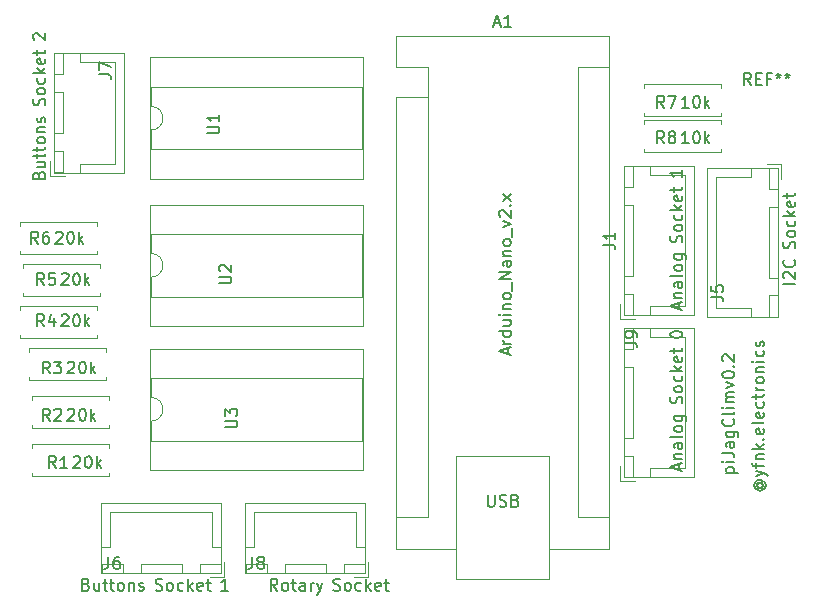
<source format=gbr>
%TF.GenerationSoftware,KiCad,Pcbnew,(7.0.0)*%
%TF.CreationDate,2023-09-03T20:08:13+02:00*%
%TF.ProjectId,newPCBv0.2,6e657750-4342-4763-902e-322e6b696361,rev?*%
%TF.SameCoordinates,Original*%
%TF.FileFunction,Legend,Top*%
%TF.FilePolarity,Positive*%
%FSLAX46Y46*%
G04 Gerber Fmt 4.6, Leading zero omitted, Abs format (unit mm)*
G04 Created by KiCad (PCBNEW (7.0.0)) date 2023-09-03 20:08:13*
%MOMM*%
%LPD*%
G01*
G04 APERTURE LIST*
%ADD10C,0.150000*%
%ADD11C,0.120000*%
G04 APERTURE END LIST*
D10*
X222806190Y-111142857D02*
X222758571Y-111190476D01*
X222758571Y-111190476D02*
X222710952Y-111285714D01*
X222710952Y-111285714D02*
X222710952Y-111380952D01*
X222710952Y-111380952D02*
X222758571Y-111476190D01*
X222758571Y-111476190D02*
X222806190Y-111523809D01*
X222806190Y-111523809D02*
X222901428Y-111571428D01*
X222901428Y-111571428D02*
X222996666Y-111571428D01*
X222996666Y-111571428D02*
X223091904Y-111523809D01*
X223091904Y-111523809D02*
X223139523Y-111476190D01*
X223139523Y-111476190D02*
X223187142Y-111380952D01*
X223187142Y-111380952D02*
X223187142Y-111285714D01*
X223187142Y-111285714D02*
X223139523Y-111190476D01*
X223139523Y-111190476D02*
X223091904Y-111142857D01*
X222710952Y-111142857D02*
X223091904Y-111142857D01*
X223091904Y-111142857D02*
X223139523Y-111095238D01*
X223139523Y-111095238D02*
X223139523Y-111047619D01*
X223139523Y-111047619D02*
X223091904Y-110952380D01*
X223091904Y-110952380D02*
X222996666Y-110904761D01*
X222996666Y-110904761D02*
X222758571Y-110904761D01*
X222758571Y-110904761D02*
X222615714Y-111000000D01*
X222615714Y-111000000D02*
X222520476Y-111142857D01*
X222520476Y-111142857D02*
X222472857Y-111333333D01*
X222472857Y-111333333D02*
X222520476Y-111523809D01*
X222520476Y-111523809D02*
X222615714Y-111666666D01*
X222615714Y-111666666D02*
X222758571Y-111761904D01*
X222758571Y-111761904D02*
X222949047Y-111809523D01*
X222949047Y-111809523D02*
X223139523Y-111761904D01*
X223139523Y-111761904D02*
X223282380Y-111666666D01*
X223282380Y-111666666D02*
X223377619Y-111523809D01*
X223377619Y-111523809D02*
X223425238Y-111333333D01*
X223425238Y-111333333D02*
X223377619Y-111142857D01*
X223377619Y-111142857D02*
X223282380Y-111000000D01*
X222615714Y-110571428D02*
X223282380Y-110333333D01*
X222615714Y-110095238D02*
X223282380Y-110333333D01*
X223282380Y-110333333D02*
X223520476Y-110428571D01*
X223520476Y-110428571D02*
X223568095Y-110476190D01*
X223568095Y-110476190D02*
X223615714Y-110571428D01*
X222615714Y-109857142D02*
X222615714Y-109476190D01*
X223282380Y-109714285D02*
X222425238Y-109714285D01*
X222425238Y-109714285D02*
X222330000Y-109666666D01*
X222330000Y-109666666D02*
X222282380Y-109571428D01*
X222282380Y-109571428D02*
X222282380Y-109476190D01*
X222615714Y-109142856D02*
X223282380Y-109142856D01*
X222710952Y-109142856D02*
X222663333Y-109095237D01*
X222663333Y-109095237D02*
X222615714Y-108999999D01*
X222615714Y-108999999D02*
X222615714Y-108857142D01*
X222615714Y-108857142D02*
X222663333Y-108761904D01*
X222663333Y-108761904D02*
X222758571Y-108714285D01*
X222758571Y-108714285D02*
X223282380Y-108714285D01*
X223282380Y-108238094D02*
X222282380Y-108238094D01*
X222901428Y-108142856D02*
X223282380Y-107857142D01*
X222615714Y-107857142D02*
X222996666Y-108238094D01*
X223187142Y-107428570D02*
X223234761Y-107380951D01*
X223234761Y-107380951D02*
X223282380Y-107428570D01*
X223282380Y-107428570D02*
X223234761Y-107476189D01*
X223234761Y-107476189D02*
X223187142Y-107428570D01*
X223187142Y-107428570D02*
X223282380Y-107428570D01*
X223234761Y-106571428D02*
X223282380Y-106666666D01*
X223282380Y-106666666D02*
X223282380Y-106857142D01*
X223282380Y-106857142D02*
X223234761Y-106952380D01*
X223234761Y-106952380D02*
X223139523Y-106999999D01*
X223139523Y-106999999D02*
X222758571Y-106999999D01*
X222758571Y-106999999D02*
X222663333Y-106952380D01*
X222663333Y-106952380D02*
X222615714Y-106857142D01*
X222615714Y-106857142D02*
X222615714Y-106666666D01*
X222615714Y-106666666D02*
X222663333Y-106571428D01*
X222663333Y-106571428D02*
X222758571Y-106523809D01*
X222758571Y-106523809D02*
X222853809Y-106523809D01*
X222853809Y-106523809D02*
X222949047Y-106999999D01*
X223282380Y-105952380D02*
X223234761Y-106047618D01*
X223234761Y-106047618D02*
X223139523Y-106095237D01*
X223139523Y-106095237D02*
X222282380Y-106095237D01*
X223234761Y-105190475D02*
X223282380Y-105285713D01*
X223282380Y-105285713D02*
X223282380Y-105476189D01*
X223282380Y-105476189D02*
X223234761Y-105571427D01*
X223234761Y-105571427D02*
X223139523Y-105619046D01*
X223139523Y-105619046D02*
X222758571Y-105619046D01*
X222758571Y-105619046D02*
X222663333Y-105571427D01*
X222663333Y-105571427D02*
X222615714Y-105476189D01*
X222615714Y-105476189D02*
X222615714Y-105285713D01*
X222615714Y-105285713D02*
X222663333Y-105190475D01*
X222663333Y-105190475D02*
X222758571Y-105142856D01*
X222758571Y-105142856D02*
X222853809Y-105142856D01*
X222853809Y-105142856D02*
X222949047Y-105619046D01*
X223234761Y-104285713D02*
X223282380Y-104380951D01*
X223282380Y-104380951D02*
X223282380Y-104571427D01*
X223282380Y-104571427D02*
X223234761Y-104666665D01*
X223234761Y-104666665D02*
X223187142Y-104714284D01*
X223187142Y-104714284D02*
X223091904Y-104761903D01*
X223091904Y-104761903D02*
X222806190Y-104761903D01*
X222806190Y-104761903D02*
X222710952Y-104714284D01*
X222710952Y-104714284D02*
X222663333Y-104666665D01*
X222663333Y-104666665D02*
X222615714Y-104571427D01*
X222615714Y-104571427D02*
X222615714Y-104380951D01*
X222615714Y-104380951D02*
X222663333Y-104285713D01*
X222615714Y-103999998D02*
X222615714Y-103619046D01*
X222282380Y-103857141D02*
X223139523Y-103857141D01*
X223139523Y-103857141D02*
X223234761Y-103809522D01*
X223234761Y-103809522D02*
X223282380Y-103714284D01*
X223282380Y-103714284D02*
X223282380Y-103619046D01*
X223282380Y-103285712D02*
X222615714Y-103285712D01*
X222806190Y-103285712D02*
X222710952Y-103238093D01*
X222710952Y-103238093D02*
X222663333Y-103190474D01*
X222663333Y-103190474D02*
X222615714Y-103095236D01*
X222615714Y-103095236D02*
X222615714Y-102999998D01*
X223282380Y-102523807D02*
X223234761Y-102619045D01*
X223234761Y-102619045D02*
X223187142Y-102666664D01*
X223187142Y-102666664D02*
X223091904Y-102714283D01*
X223091904Y-102714283D02*
X222806190Y-102714283D01*
X222806190Y-102714283D02*
X222710952Y-102666664D01*
X222710952Y-102666664D02*
X222663333Y-102619045D01*
X222663333Y-102619045D02*
X222615714Y-102523807D01*
X222615714Y-102523807D02*
X222615714Y-102380950D01*
X222615714Y-102380950D02*
X222663333Y-102285712D01*
X222663333Y-102285712D02*
X222710952Y-102238093D01*
X222710952Y-102238093D02*
X222806190Y-102190474D01*
X222806190Y-102190474D02*
X223091904Y-102190474D01*
X223091904Y-102190474D02*
X223187142Y-102238093D01*
X223187142Y-102238093D02*
X223234761Y-102285712D01*
X223234761Y-102285712D02*
X223282380Y-102380950D01*
X223282380Y-102380950D02*
X223282380Y-102523807D01*
X222615714Y-101761902D02*
X223282380Y-101761902D01*
X222710952Y-101761902D02*
X222663333Y-101714283D01*
X222663333Y-101714283D02*
X222615714Y-101619045D01*
X222615714Y-101619045D02*
X222615714Y-101476188D01*
X222615714Y-101476188D02*
X222663333Y-101380950D01*
X222663333Y-101380950D02*
X222758571Y-101333331D01*
X222758571Y-101333331D02*
X223282380Y-101333331D01*
X223282380Y-100857140D02*
X222615714Y-100857140D01*
X222282380Y-100857140D02*
X222330000Y-100904759D01*
X222330000Y-100904759D02*
X222377619Y-100857140D01*
X222377619Y-100857140D02*
X222330000Y-100809521D01*
X222330000Y-100809521D02*
X222282380Y-100857140D01*
X222282380Y-100857140D02*
X222377619Y-100857140D01*
X223234761Y-99952379D02*
X223282380Y-100047617D01*
X223282380Y-100047617D02*
X223282380Y-100238093D01*
X223282380Y-100238093D02*
X223234761Y-100333331D01*
X223234761Y-100333331D02*
X223187142Y-100380950D01*
X223187142Y-100380950D02*
X223091904Y-100428569D01*
X223091904Y-100428569D02*
X222806190Y-100428569D01*
X222806190Y-100428569D02*
X222710952Y-100380950D01*
X222710952Y-100380950D02*
X222663333Y-100333331D01*
X222663333Y-100333331D02*
X222615714Y-100238093D01*
X222615714Y-100238093D02*
X222615714Y-100047617D01*
X222615714Y-100047617D02*
X222663333Y-99952379D01*
X223234761Y-99571426D02*
X223282380Y-99476188D01*
X223282380Y-99476188D02*
X223282380Y-99285712D01*
X223282380Y-99285712D02*
X223234761Y-99190474D01*
X223234761Y-99190474D02*
X223139523Y-99142855D01*
X223139523Y-99142855D02*
X223091904Y-99142855D01*
X223091904Y-99142855D02*
X222996666Y-99190474D01*
X222996666Y-99190474D02*
X222949047Y-99285712D01*
X222949047Y-99285712D02*
X222949047Y-99428569D01*
X222949047Y-99428569D02*
X222901428Y-99523807D01*
X222901428Y-99523807D02*
X222806190Y-99571426D01*
X222806190Y-99571426D02*
X222758571Y-99571426D01*
X222758571Y-99571426D02*
X222663333Y-99523807D01*
X222663333Y-99523807D02*
X222615714Y-99428569D01*
X222615714Y-99428569D02*
X222615714Y-99285712D01*
X222615714Y-99285712D02*
X222663333Y-99190474D01*
X220095714Y-110261904D02*
X221095714Y-110261904D01*
X220143333Y-110261904D02*
X220095714Y-110166666D01*
X220095714Y-110166666D02*
X220095714Y-109976190D01*
X220095714Y-109976190D02*
X220143333Y-109880952D01*
X220143333Y-109880952D02*
X220190952Y-109833333D01*
X220190952Y-109833333D02*
X220286190Y-109785714D01*
X220286190Y-109785714D02*
X220571904Y-109785714D01*
X220571904Y-109785714D02*
X220667142Y-109833333D01*
X220667142Y-109833333D02*
X220714761Y-109880952D01*
X220714761Y-109880952D02*
X220762380Y-109976190D01*
X220762380Y-109976190D02*
X220762380Y-110166666D01*
X220762380Y-110166666D02*
X220714761Y-110261904D01*
X220762380Y-109357142D02*
X220095714Y-109357142D01*
X219762380Y-109357142D02*
X219810000Y-109404761D01*
X219810000Y-109404761D02*
X219857619Y-109357142D01*
X219857619Y-109357142D02*
X219810000Y-109309523D01*
X219810000Y-109309523D02*
X219762380Y-109357142D01*
X219762380Y-109357142D02*
X219857619Y-109357142D01*
X219762380Y-108595238D02*
X220476666Y-108595238D01*
X220476666Y-108595238D02*
X220619523Y-108642857D01*
X220619523Y-108642857D02*
X220714761Y-108738095D01*
X220714761Y-108738095D02*
X220762380Y-108880952D01*
X220762380Y-108880952D02*
X220762380Y-108976190D01*
X220762380Y-107690476D02*
X220238571Y-107690476D01*
X220238571Y-107690476D02*
X220143333Y-107738095D01*
X220143333Y-107738095D02*
X220095714Y-107833333D01*
X220095714Y-107833333D02*
X220095714Y-108023809D01*
X220095714Y-108023809D02*
X220143333Y-108119047D01*
X220714761Y-107690476D02*
X220762380Y-107785714D01*
X220762380Y-107785714D02*
X220762380Y-108023809D01*
X220762380Y-108023809D02*
X220714761Y-108119047D01*
X220714761Y-108119047D02*
X220619523Y-108166666D01*
X220619523Y-108166666D02*
X220524285Y-108166666D01*
X220524285Y-108166666D02*
X220429047Y-108119047D01*
X220429047Y-108119047D02*
X220381428Y-108023809D01*
X220381428Y-108023809D02*
X220381428Y-107785714D01*
X220381428Y-107785714D02*
X220333809Y-107690476D01*
X220095714Y-106785714D02*
X220905238Y-106785714D01*
X220905238Y-106785714D02*
X221000476Y-106833333D01*
X221000476Y-106833333D02*
X221048095Y-106880952D01*
X221048095Y-106880952D02*
X221095714Y-106976190D01*
X221095714Y-106976190D02*
X221095714Y-107119047D01*
X221095714Y-107119047D02*
X221048095Y-107214285D01*
X220714761Y-106785714D02*
X220762380Y-106880952D01*
X220762380Y-106880952D02*
X220762380Y-107071428D01*
X220762380Y-107071428D02*
X220714761Y-107166666D01*
X220714761Y-107166666D02*
X220667142Y-107214285D01*
X220667142Y-107214285D02*
X220571904Y-107261904D01*
X220571904Y-107261904D02*
X220286190Y-107261904D01*
X220286190Y-107261904D02*
X220190952Y-107214285D01*
X220190952Y-107214285D02*
X220143333Y-107166666D01*
X220143333Y-107166666D02*
X220095714Y-107071428D01*
X220095714Y-107071428D02*
X220095714Y-106880952D01*
X220095714Y-106880952D02*
X220143333Y-106785714D01*
X220667142Y-105738095D02*
X220714761Y-105785714D01*
X220714761Y-105785714D02*
X220762380Y-105928571D01*
X220762380Y-105928571D02*
X220762380Y-106023809D01*
X220762380Y-106023809D02*
X220714761Y-106166666D01*
X220714761Y-106166666D02*
X220619523Y-106261904D01*
X220619523Y-106261904D02*
X220524285Y-106309523D01*
X220524285Y-106309523D02*
X220333809Y-106357142D01*
X220333809Y-106357142D02*
X220190952Y-106357142D01*
X220190952Y-106357142D02*
X220000476Y-106309523D01*
X220000476Y-106309523D02*
X219905238Y-106261904D01*
X219905238Y-106261904D02*
X219810000Y-106166666D01*
X219810000Y-106166666D02*
X219762380Y-106023809D01*
X219762380Y-106023809D02*
X219762380Y-105928571D01*
X219762380Y-105928571D02*
X219810000Y-105785714D01*
X219810000Y-105785714D02*
X219857619Y-105738095D01*
X220762380Y-105166666D02*
X220714761Y-105261904D01*
X220714761Y-105261904D02*
X220619523Y-105309523D01*
X220619523Y-105309523D02*
X219762380Y-105309523D01*
X220762380Y-104785713D02*
X220095714Y-104785713D01*
X219762380Y-104785713D02*
X219810000Y-104833332D01*
X219810000Y-104833332D02*
X219857619Y-104785713D01*
X219857619Y-104785713D02*
X219810000Y-104738094D01*
X219810000Y-104738094D02*
X219762380Y-104785713D01*
X219762380Y-104785713D02*
X219857619Y-104785713D01*
X220762380Y-104309523D02*
X220095714Y-104309523D01*
X220190952Y-104309523D02*
X220143333Y-104261904D01*
X220143333Y-104261904D02*
X220095714Y-104166666D01*
X220095714Y-104166666D02*
X220095714Y-104023809D01*
X220095714Y-104023809D02*
X220143333Y-103928571D01*
X220143333Y-103928571D02*
X220238571Y-103880952D01*
X220238571Y-103880952D02*
X220762380Y-103880952D01*
X220238571Y-103880952D02*
X220143333Y-103833333D01*
X220143333Y-103833333D02*
X220095714Y-103738095D01*
X220095714Y-103738095D02*
X220095714Y-103595238D01*
X220095714Y-103595238D02*
X220143333Y-103499999D01*
X220143333Y-103499999D02*
X220238571Y-103452380D01*
X220238571Y-103452380D02*
X220762380Y-103452380D01*
X220095714Y-103071428D02*
X220762380Y-102833333D01*
X220762380Y-102833333D02*
X220095714Y-102595238D01*
X219762380Y-102023809D02*
X219762380Y-101928571D01*
X219762380Y-101928571D02*
X219810000Y-101833333D01*
X219810000Y-101833333D02*
X219857619Y-101785714D01*
X219857619Y-101785714D02*
X219952857Y-101738095D01*
X219952857Y-101738095D02*
X220143333Y-101690476D01*
X220143333Y-101690476D02*
X220381428Y-101690476D01*
X220381428Y-101690476D02*
X220571904Y-101738095D01*
X220571904Y-101738095D02*
X220667142Y-101785714D01*
X220667142Y-101785714D02*
X220714761Y-101833333D01*
X220714761Y-101833333D02*
X220762380Y-101928571D01*
X220762380Y-101928571D02*
X220762380Y-102023809D01*
X220762380Y-102023809D02*
X220714761Y-102119047D01*
X220714761Y-102119047D02*
X220667142Y-102166666D01*
X220667142Y-102166666D02*
X220571904Y-102214285D01*
X220571904Y-102214285D02*
X220381428Y-102261904D01*
X220381428Y-102261904D02*
X220143333Y-102261904D01*
X220143333Y-102261904D02*
X219952857Y-102214285D01*
X219952857Y-102214285D02*
X219857619Y-102166666D01*
X219857619Y-102166666D02*
X219810000Y-102119047D01*
X219810000Y-102119047D02*
X219762380Y-102023809D01*
X220667142Y-101261904D02*
X220714761Y-101214285D01*
X220714761Y-101214285D02*
X220762380Y-101261904D01*
X220762380Y-101261904D02*
X220714761Y-101309523D01*
X220714761Y-101309523D02*
X220667142Y-101261904D01*
X220667142Y-101261904D02*
X220762380Y-101261904D01*
X219857619Y-100833333D02*
X219810000Y-100785714D01*
X219810000Y-100785714D02*
X219762380Y-100690476D01*
X219762380Y-100690476D02*
X219762380Y-100452381D01*
X219762380Y-100452381D02*
X219810000Y-100357143D01*
X219810000Y-100357143D02*
X219857619Y-100309524D01*
X219857619Y-100309524D02*
X219952857Y-100261905D01*
X219952857Y-100261905D02*
X220048095Y-100261905D01*
X220048095Y-100261905D02*
X220190952Y-100309524D01*
X220190952Y-100309524D02*
X220762380Y-100880952D01*
X220762380Y-100880952D02*
X220762380Y-100261905D01*
%TO.C,U1*%
X176151380Y-81533904D02*
X176960904Y-81533904D01*
X176960904Y-81533904D02*
X177056142Y-81486285D01*
X177056142Y-81486285D02*
X177103761Y-81438666D01*
X177103761Y-81438666D02*
X177151380Y-81343428D01*
X177151380Y-81343428D02*
X177151380Y-81152952D01*
X177151380Y-81152952D02*
X177103761Y-81057714D01*
X177103761Y-81057714D02*
X177056142Y-81010095D01*
X177056142Y-81010095D02*
X176960904Y-80962476D01*
X176960904Y-80962476D02*
X176151380Y-80962476D01*
X177151380Y-79962476D02*
X177151380Y-80533904D01*
X177151380Y-80248190D02*
X176151380Y-80248190D01*
X176151380Y-80248190D02*
X176294238Y-80343428D01*
X176294238Y-80343428D02*
X176389476Y-80438666D01*
X176389476Y-80438666D02*
X176437095Y-80533904D01*
%TO.C,J1*%
X209685380Y-90951333D02*
X210399666Y-90951333D01*
X210399666Y-90951333D02*
X210542523Y-90998952D01*
X210542523Y-90998952D02*
X210637761Y-91094190D01*
X210637761Y-91094190D02*
X210685380Y-91237047D01*
X210685380Y-91237047D02*
X210685380Y-91332285D01*
X210685380Y-89951333D02*
X210685380Y-90522761D01*
X210685380Y-90237047D02*
X209685380Y-90237047D01*
X209685380Y-90237047D02*
X209828238Y-90332285D01*
X209828238Y-90332285D02*
X209923476Y-90427523D01*
X209923476Y-90427523D02*
X209971095Y-90522761D01*
X216081666Y-96361905D02*
X216081666Y-95885715D01*
X216367380Y-96457143D02*
X215367380Y-96123810D01*
X215367380Y-96123810D02*
X216367380Y-95790477D01*
X215700714Y-95457143D02*
X216367380Y-95457143D01*
X215795952Y-95457143D02*
X215748333Y-95409524D01*
X215748333Y-95409524D02*
X215700714Y-95314286D01*
X215700714Y-95314286D02*
X215700714Y-95171429D01*
X215700714Y-95171429D02*
X215748333Y-95076191D01*
X215748333Y-95076191D02*
X215843571Y-95028572D01*
X215843571Y-95028572D02*
X216367380Y-95028572D01*
X216367380Y-94123810D02*
X215843571Y-94123810D01*
X215843571Y-94123810D02*
X215748333Y-94171429D01*
X215748333Y-94171429D02*
X215700714Y-94266667D01*
X215700714Y-94266667D02*
X215700714Y-94457143D01*
X215700714Y-94457143D02*
X215748333Y-94552381D01*
X216319761Y-94123810D02*
X216367380Y-94219048D01*
X216367380Y-94219048D02*
X216367380Y-94457143D01*
X216367380Y-94457143D02*
X216319761Y-94552381D01*
X216319761Y-94552381D02*
X216224523Y-94600000D01*
X216224523Y-94600000D02*
X216129285Y-94600000D01*
X216129285Y-94600000D02*
X216034047Y-94552381D01*
X216034047Y-94552381D02*
X215986428Y-94457143D01*
X215986428Y-94457143D02*
X215986428Y-94219048D01*
X215986428Y-94219048D02*
X215938809Y-94123810D01*
X216367380Y-93504762D02*
X216319761Y-93600000D01*
X216319761Y-93600000D02*
X216224523Y-93647619D01*
X216224523Y-93647619D02*
X215367380Y-93647619D01*
X216367380Y-92980952D02*
X216319761Y-93076190D01*
X216319761Y-93076190D02*
X216272142Y-93123809D01*
X216272142Y-93123809D02*
X216176904Y-93171428D01*
X216176904Y-93171428D02*
X215891190Y-93171428D01*
X215891190Y-93171428D02*
X215795952Y-93123809D01*
X215795952Y-93123809D02*
X215748333Y-93076190D01*
X215748333Y-93076190D02*
X215700714Y-92980952D01*
X215700714Y-92980952D02*
X215700714Y-92838095D01*
X215700714Y-92838095D02*
X215748333Y-92742857D01*
X215748333Y-92742857D02*
X215795952Y-92695238D01*
X215795952Y-92695238D02*
X215891190Y-92647619D01*
X215891190Y-92647619D02*
X216176904Y-92647619D01*
X216176904Y-92647619D02*
X216272142Y-92695238D01*
X216272142Y-92695238D02*
X216319761Y-92742857D01*
X216319761Y-92742857D02*
X216367380Y-92838095D01*
X216367380Y-92838095D02*
X216367380Y-92980952D01*
X215700714Y-91790476D02*
X216510238Y-91790476D01*
X216510238Y-91790476D02*
X216605476Y-91838095D01*
X216605476Y-91838095D02*
X216653095Y-91885714D01*
X216653095Y-91885714D02*
X216700714Y-91980952D01*
X216700714Y-91980952D02*
X216700714Y-92123809D01*
X216700714Y-92123809D02*
X216653095Y-92219047D01*
X216319761Y-91790476D02*
X216367380Y-91885714D01*
X216367380Y-91885714D02*
X216367380Y-92076190D01*
X216367380Y-92076190D02*
X216319761Y-92171428D01*
X216319761Y-92171428D02*
X216272142Y-92219047D01*
X216272142Y-92219047D02*
X216176904Y-92266666D01*
X216176904Y-92266666D02*
X215891190Y-92266666D01*
X215891190Y-92266666D02*
X215795952Y-92219047D01*
X215795952Y-92219047D02*
X215748333Y-92171428D01*
X215748333Y-92171428D02*
X215700714Y-92076190D01*
X215700714Y-92076190D02*
X215700714Y-91885714D01*
X215700714Y-91885714D02*
X215748333Y-91790476D01*
X216319761Y-90761904D02*
X216367380Y-90619047D01*
X216367380Y-90619047D02*
X216367380Y-90380952D01*
X216367380Y-90380952D02*
X216319761Y-90285714D01*
X216319761Y-90285714D02*
X216272142Y-90238095D01*
X216272142Y-90238095D02*
X216176904Y-90190476D01*
X216176904Y-90190476D02*
X216081666Y-90190476D01*
X216081666Y-90190476D02*
X215986428Y-90238095D01*
X215986428Y-90238095D02*
X215938809Y-90285714D01*
X215938809Y-90285714D02*
X215891190Y-90380952D01*
X215891190Y-90380952D02*
X215843571Y-90571428D01*
X215843571Y-90571428D02*
X215795952Y-90666666D01*
X215795952Y-90666666D02*
X215748333Y-90714285D01*
X215748333Y-90714285D02*
X215653095Y-90761904D01*
X215653095Y-90761904D02*
X215557857Y-90761904D01*
X215557857Y-90761904D02*
X215462619Y-90714285D01*
X215462619Y-90714285D02*
X215415000Y-90666666D01*
X215415000Y-90666666D02*
X215367380Y-90571428D01*
X215367380Y-90571428D02*
X215367380Y-90333333D01*
X215367380Y-90333333D02*
X215415000Y-90190476D01*
X216367380Y-89619047D02*
X216319761Y-89714285D01*
X216319761Y-89714285D02*
X216272142Y-89761904D01*
X216272142Y-89761904D02*
X216176904Y-89809523D01*
X216176904Y-89809523D02*
X215891190Y-89809523D01*
X215891190Y-89809523D02*
X215795952Y-89761904D01*
X215795952Y-89761904D02*
X215748333Y-89714285D01*
X215748333Y-89714285D02*
X215700714Y-89619047D01*
X215700714Y-89619047D02*
X215700714Y-89476190D01*
X215700714Y-89476190D02*
X215748333Y-89380952D01*
X215748333Y-89380952D02*
X215795952Y-89333333D01*
X215795952Y-89333333D02*
X215891190Y-89285714D01*
X215891190Y-89285714D02*
X216176904Y-89285714D01*
X216176904Y-89285714D02*
X216272142Y-89333333D01*
X216272142Y-89333333D02*
X216319761Y-89380952D01*
X216319761Y-89380952D02*
X216367380Y-89476190D01*
X216367380Y-89476190D02*
X216367380Y-89619047D01*
X216319761Y-88428571D02*
X216367380Y-88523809D01*
X216367380Y-88523809D02*
X216367380Y-88714285D01*
X216367380Y-88714285D02*
X216319761Y-88809523D01*
X216319761Y-88809523D02*
X216272142Y-88857142D01*
X216272142Y-88857142D02*
X216176904Y-88904761D01*
X216176904Y-88904761D02*
X215891190Y-88904761D01*
X215891190Y-88904761D02*
X215795952Y-88857142D01*
X215795952Y-88857142D02*
X215748333Y-88809523D01*
X215748333Y-88809523D02*
X215700714Y-88714285D01*
X215700714Y-88714285D02*
X215700714Y-88523809D01*
X215700714Y-88523809D02*
X215748333Y-88428571D01*
X216367380Y-87999999D02*
X215367380Y-87999999D01*
X215986428Y-87904761D02*
X216367380Y-87619047D01*
X215700714Y-87619047D02*
X216081666Y-87999999D01*
X216319761Y-86809523D02*
X216367380Y-86904761D01*
X216367380Y-86904761D02*
X216367380Y-87095237D01*
X216367380Y-87095237D02*
X216319761Y-87190475D01*
X216319761Y-87190475D02*
X216224523Y-87238094D01*
X216224523Y-87238094D02*
X215843571Y-87238094D01*
X215843571Y-87238094D02*
X215748333Y-87190475D01*
X215748333Y-87190475D02*
X215700714Y-87095237D01*
X215700714Y-87095237D02*
X215700714Y-86904761D01*
X215700714Y-86904761D02*
X215748333Y-86809523D01*
X215748333Y-86809523D02*
X215843571Y-86761904D01*
X215843571Y-86761904D02*
X215938809Y-86761904D01*
X215938809Y-86761904D02*
X216034047Y-87238094D01*
X215700714Y-86476189D02*
X215700714Y-86095237D01*
X215367380Y-86333332D02*
X216224523Y-86333332D01*
X216224523Y-86333332D02*
X216319761Y-86285713D01*
X216319761Y-86285713D02*
X216367380Y-86190475D01*
X216367380Y-86190475D02*
X216367380Y-86095237D01*
X216367380Y-84638094D02*
X216367380Y-85209522D01*
X216367380Y-84923808D02*
X215367380Y-84923808D01*
X215367380Y-84923808D02*
X215510238Y-85019046D01*
X215510238Y-85019046D02*
X215605476Y-85114284D01*
X215605476Y-85114284D02*
X215653095Y-85209522D01*
%TO.C,R3*%
X162833333Y-101867380D02*
X162500000Y-101391190D01*
X162261905Y-101867380D02*
X162261905Y-100867380D01*
X162261905Y-100867380D02*
X162642857Y-100867380D01*
X162642857Y-100867380D02*
X162738095Y-100915000D01*
X162738095Y-100915000D02*
X162785714Y-100962619D01*
X162785714Y-100962619D02*
X162833333Y-101057857D01*
X162833333Y-101057857D02*
X162833333Y-101200714D01*
X162833333Y-101200714D02*
X162785714Y-101295952D01*
X162785714Y-101295952D02*
X162738095Y-101343571D01*
X162738095Y-101343571D02*
X162642857Y-101391190D01*
X162642857Y-101391190D02*
X162261905Y-101391190D01*
X163166667Y-100867380D02*
X163785714Y-100867380D01*
X163785714Y-100867380D02*
X163452381Y-101248333D01*
X163452381Y-101248333D02*
X163595238Y-101248333D01*
X163595238Y-101248333D02*
X163690476Y-101295952D01*
X163690476Y-101295952D02*
X163738095Y-101343571D01*
X163738095Y-101343571D02*
X163785714Y-101438809D01*
X163785714Y-101438809D02*
X163785714Y-101676904D01*
X163785714Y-101676904D02*
X163738095Y-101772142D01*
X163738095Y-101772142D02*
X163690476Y-101819761D01*
X163690476Y-101819761D02*
X163595238Y-101867380D01*
X163595238Y-101867380D02*
X163309524Y-101867380D01*
X163309524Y-101867380D02*
X163214286Y-101819761D01*
X163214286Y-101819761D02*
X163166667Y-101772142D01*
X164333333Y-100962619D02*
X164380952Y-100915000D01*
X164380952Y-100915000D02*
X164476190Y-100867380D01*
X164476190Y-100867380D02*
X164714285Y-100867380D01*
X164714285Y-100867380D02*
X164809523Y-100915000D01*
X164809523Y-100915000D02*
X164857142Y-100962619D01*
X164857142Y-100962619D02*
X164904761Y-101057857D01*
X164904761Y-101057857D02*
X164904761Y-101153095D01*
X164904761Y-101153095D02*
X164857142Y-101295952D01*
X164857142Y-101295952D02*
X164285714Y-101867380D01*
X164285714Y-101867380D02*
X164904761Y-101867380D01*
X165523809Y-100867380D02*
X165619047Y-100867380D01*
X165619047Y-100867380D02*
X165714285Y-100915000D01*
X165714285Y-100915000D02*
X165761904Y-100962619D01*
X165761904Y-100962619D02*
X165809523Y-101057857D01*
X165809523Y-101057857D02*
X165857142Y-101248333D01*
X165857142Y-101248333D02*
X165857142Y-101486428D01*
X165857142Y-101486428D02*
X165809523Y-101676904D01*
X165809523Y-101676904D02*
X165761904Y-101772142D01*
X165761904Y-101772142D02*
X165714285Y-101819761D01*
X165714285Y-101819761D02*
X165619047Y-101867380D01*
X165619047Y-101867380D02*
X165523809Y-101867380D01*
X165523809Y-101867380D02*
X165428571Y-101819761D01*
X165428571Y-101819761D02*
X165380952Y-101772142D01*
X165380952Y-101772142D02*
X165333333Y-101676904D01*
X165333333Y-101676904D02*
X165285714Y-101486428D01*
X165285714Y-101486428D02*
X165285714Y-101248333D01*
X165285714Y-101248333D02*
X165333333Y-101057857D01*
X165333333Y-101057857D02*
X165380952Y-100962619D01*
X165380952Y-100962619D02*
X165428571Y-100915000D01*
X165428571Y-100915000D02*
X165523809Y-100867380D01*
X166285714Y-101867380D02*
X166285714Y-100867380D01*
X166380952Y-101486428D02*
X166666666Y-101867380D01*
X166666666Y-101200714D02*
X166285714Y-101581666D01*
%TO.C,R2*%
X162833333Y-105867380D02*
X162500000Y-105391190D01*
X162261905Y-105867380D02*
X162261905Y-104867380D01*
X162261905Y-104867380D02*
X162642857Y-104867380D01*
X162642857Y-104867380D02*
X162738095Y-104915000D01*
X162738095Y-104915000D02*
X162785714Y-104962619D01*
X162785714Y-104962619D02*
X162833333Y-105057857D01*
X162833333Y-105057857D02*
X162833333Y-105200714D01*
X162833333Y-105200714D02*
X162785714Y-105295952D01*
X162785714Y-105295952D02*
X162738095Y-105343571D01*
X162738095Y-105343571D02*
X162642857Y-105391190D01*
X162642857Y-105391190D02*
X162261905Y-105391190D01*
X163214286Y-104962619D02*
X163261905Y-104915000D01*
X163261905Y-104915000D02*
X163357143Y-104867380D01*
X163357143Y-104867380D02*
X163595238Y-104867380D01*
X163595238Y-104867380D02*
X163690476Y-104915000D01*
X163690476Y-104915000D02*
X163738095Y-104962619D01*
X163738095Y-104962619D02*
X163785714Y-105057857D01*
X163785714Y-105057857D02*
X163785714Y-105153095D01*
X163785714Y-105153095D02*
X163738095Y-105295952D01*
X163738095Y-105295952D02*
X163166667Y-105867380D01*
X163166667Y-105867380D02*
X163785714Y-105867380D01*
X164333333Y-104962619D02*
X164380952Y-104915000D01*
X164380952Y-104915000D02*
X164476190Y-104867380D01*
X164476190Y-104867380D02*
X164714285Y-104867380D01*
X164714285Y-104867380D02*
X164809523Y-104915000D01*
X164809523Y-104915000D02*
X164857142Y-104962619D01*
X164857142Y-104962619D02*
X164904761Y-105057857D01*
X164904761Y-105057857D02*
X164904761Y-105153095D01*
X164904761Y-105153095D02*
X164857142Y-105295952D01*
X164857142Y-105295952D02*
X164285714Y-105867380D01*
X164285714Y-105867380D02*
X164904761Y-105867380D01*
X165523809Y-104867380D02*
X165619047Y-104867380D01*
X165619047Y-104867380D02*
X165714285Y-104915000D01*
X165714285Y-104915000D02*
X165761904Y-104962619D01*
X165761904Y-104962619D02*
X165809523Y-105057857D01*
X165809523Y-105057857D02*
X165857142Y-105248333D01*
X165857142Y-105248333D02*
X165857142Y-105486428D01*
X165857142Y-105486428D02*
X165809523Y-105676904D01*
X165809523Y-105676904D02*
X165761904Y-105772142D01*
X165761904Y-105772142D02*
X165714285Y-105819761D01*
X165714285Y-105819761D02*
X165619047Y-105867380D01*
X165619047Y-105867380D02*
X165523809Y-105867380D01*
X165523809Y-105867380D02*
X165428571Y-105819761D01*
X165428571Y-105819761D02*
X165380952Y-105772142D01*
X165380952Y-105772142D02*
X165333333Y-105676904D01*
X165333333Y-105676904D02*
X165285714Y-105486428D01*
X165285714Y-105486428D02*
X165285714Y-105248333D01*
X165285714Y-105248333D02*
X165333333Y-105057857D01*
X165333333Y-105057857D02*
X165380952Y-104962619D01*
X165380952Y-104962619D02*
X165428571Y-104915000D01*
X165428571Y-104915000D02*
X165523809Y-104867380D01*
X166285714Y-105867380D02*
X166285714Y-104867380D01*
X166380952Y-105486428D02*
X166666666Y-105867380D01*
X166666666Y-105200714D02*
X166285714Y-105581666D01*
%TO.C,J7*%
X167007380Y-76533333D02*
X167721666Y-76533333D01*
X167721666Y-76533333D02*
X167864523Y-76580952D01*
X167864523Y-76580952D02*
X167959761Y-76676190D01*
X167959761Y-76676190D02*
X168007380Y-76819047D01*
X168007380Y-76819047D02*
X168007380Y-76914285D01*
X167007380Y-76152380D02*
X167007380Y-75485714D01*
X167007380Y-75485714D02*
X168007380Y-75914285D01*
X161895571Y-85062286D02*
X161943190Y-84919429D01*
X161943190Y-84919429D02*
X161990809Y-84871810D01*
X161990809Y-84871810D02*
X162086047Y-84824191D01*
X162086047Y-84824191D02*
X162228904Y-84824191D01*
X162228904Y-84824191D02*
X162324142Y-84871810D01*
X162324142Y-84871810D02*
X162371761Y-84919429D01*
X162371761Y-84919429D02*
X162419380Y-85014667D01*
X162419380Y-85014667D02*
X162419380Y-85395619D01*
X162419380Y-85395619D02*
X161419380Y-85395619D01*
X161419380Y-85395619D02*
X161419380Y-85062286D01*
X161419380Y-85062286D02*
X161467000Y-84967048D01*
X161467000Y-84967048D02*
X161514619Y-84919429D01*
X161514619Y-84919429D02*
X161609857Y-84871810D01*
X161609857Y-84871810D02*
X161705095Y-84871810D01*
X161705095Y-84871810D02*
X161800333Y-84919429D01*
X161800333Y-84919429D02*
X161847952Y-84967048D01*
X161847952Y-84967048D02*
X161895571Y-85062286D01*
X161895571Y-85062286D02*
X161895571Y-85395619D01*
X161752714Y-83967048D02*
X162419380Y-83967048D01*
X161752714Y-84395619D02*
X162276523Y-84395619D01*
X162276523Y-84395619D02*
X162371761Y-84348000D01*
X162371761Y-84348000D02*
X162419380Y-84252762D01*
X162419380Y-84252762D02*
X162419380Y-84109905D01*
X162419380Y-84109905D02*
X162371761Y-84014667D01*
X162371761Y-84014667D02*
X162324142Y-83967048D01*
X161752714Y-83633714D02*
X161752714Y-83252762D01*
X161419380Y-83490857D02*
X162276523Y-83490857D01*
X162276523Y-83490857D02*
X162371761Y-83443238D01*
X162371761Y-83443238D02*
X162419380Y-83348000D01*
X162419380Y-83348000D02*
X162419380Y-83252762D01*
X161752714Y-83062285D02*
X161752714Y-82681333D01*
X161419380Y-82919428D02*
X162276523Y-82919428D01*
X162276523Y-82919428D02*
X162371761Y-82871809D01*
X162371761Y-82871809D02*
X162419380Y-82776571D01*
X162419380Y-82776571D02*
X162419380Y-82681333D01*
X162419380Y-82205142D02*
X162371761Y-82300380D01*
X162371761Y-82300380D02*
X162324142Y-82347999D01*
X162324142Y-82347999D02*
X162228904Y-82395618D01*
X162228904Y-82395618D02*
X161943190Y-82395618D01*
X161943190Y-82395618D02*
X161847952Y-82347999D01*
X161847952Y-82347999D02*
X161800333Y-82300380D01*
X161800333Y-82300380D02*
X161752714Y-82205142D01*
X161752714Y-82205142D02*
X161752714Y-82062285D01*
X161752714Y-82062285D02*
X161800333Y-81967047D01*
X161800333Y-81967047D02*
X161847952Y-81919428D01*
X161847952Y-81919428D02*
X161943190Y-81871809D01*
X161943190Y-81871809D02*
X162228904Y-81871809D01*
X162228904Y-81871809D02*
X162324142Y-81919428D01*
X162324142Y-81919428D02*
X162371761Y-81967047D01*
X162371761Y-81967047D02*
X162419380Y-82062285D01*
X162419380Y-82062285D02*
X162419380Y-82205142D01*
X161752714Y-81443237D02*
X162419380Y-81443237D01*
X161847952Y-81443237D02*
X161800333Y-81395618D01*
X161800333Y-81395618D02*
X161752714Y-81300380D01*
X161752714Y-81300380D02*
X161752714Y-81157523D01*
X161752714Y-81157523D02*
X161800333Y-81062285D01*
X161800333Y-81062285D02*
X161895571Y-81014666D01*
X161895571Y-81014666D02*
X162419380Y-81014666D01*
X162371761Y-80586094D02*
X162419380Y-80490856D01*
X162419380Y-80490856D02*
X162419380Y-80300380D01*
X162419380Y-80300380D02*
X162371761Y-80205142D01*
X162371761Y-80205142D02*
X162276523Y-80157523D01*
X162276523Y-80157523D02*
X162228904Y-80157523D01*
X162228904Y-80157523D02*
X162133666Y-80205142D01*
X162133666Y-80205142D02*
X162086047Y-80300380D01*
X162086047Y-80300380D02*
X162086047Y-80443237D01*
X162086047Y-80443237D02*
X162038428Y-80538475D01*
X162038428Y-80538475D02*
X161943190Y-80586094D01*
X161943190Y-80586094D02*
X161895571Y-80586094D01*
X161895571Y-80586094D02*
X161800333Y-80538475D01*
X161800333Y-80538475D02*
X161752714Y-80443237D01*
X161752714Y-80443237D02*
X161752714Y-80300380D01*
X161752714Y-80300380D02*
X161800333Y-80205142D01*
X162371761Y-79176570D02*
X162419380Y-79033713D01*
X162419380Y-79033713D02*
X162419380Y-78795618D01*
X162419380Y-78795618D02*
X162371761Y-78700380D01*
X162371761Y-78700380D02*
X162324142Y-78652761D01*
X162324142Y-78652761D02*
X162228904Y-78605142D01*
X162228904Y-78605142D02*
X162133666Y-78605142D01*
X162133666Y-78605142D02*
X162038428Y-78652761D01*
X162038428Y-78652761D02*
X161990809Y-78700380D01*
X161990809Y-78700380D02*
X161943190Y-78795618D01*
X161943190Y-78795618D02*
X161895571Y-78986094D01*
X161895571Y-78986094D02*
X161847952Y-79081332D01*
X161847952Y-79081332D02*
X161800333Y-79128951D01*
X161800333Y-79128951D02*
X161705095Y-79176570D01*
X161705095Y-79176570D02*
X161609857Y-79176570D01*
X161609857Y-79176570D02*
X161514619Y-79128951D01*
X161514619Y-79128951D02*
X161467000Y-79081332D01*
X161467000Y-79081332D02*
X161419380Y-78986094D01*
X161419380Y-78986094D02*
X161419380Y-78747999D01*
X161419380Y-78747999D02*
X161467000Y-78605142D01*
X162419380Y-78033713D02*
X162371761Y-78128951D01*
X162371761Y-78128951D02*
X162324142Y-78176570D01*
X162324142Y-78176570D02*
X162228904Y-78224189D01*
X162228904Y-78224189D02*
X161943190Y-78224189D01*
X161943190Y-78224189D02*
X161847952Y-78176570D01*
X161847952Y-78176570D02*
X161800333Y-78128951D01*
X161800333Y-78128951D02*
X161752714Y-78033713D01*
X161752714Y-78033713D02*
X161752714Y-77890856D01*
X161752714Y-77890856D02*
X161800333Y-77795618D01*
X161800333Y-77795618D02*
X161847952Y-77747999D01*
X161847952Y-77747999D02*
X161943190Y-77700380D01*
X161943190Y-77700380D02*
X162228904Y-77700380D01*
X162228904Y-77700380D02*
X162324142Y-77747999D01*
X162324142Y-77747999D02*
X162371761Y-77795618D01*
X162371761Y-77795618D02*
X162419380Y-77890856D01*
X162419380Y-77890856D02*
X162419380Y-78033713D01*
X162371761Y-76843237D02*
X162419380Y-76938475D01*
X162419380Y-76938475D02*
X162419380Y-77128951D01*
X162419380Y-77128951D02*
X162371761Y-77224189D01*
X162371761Y-77224189D02*
X162324142Y-77271808D01*
X162324142Y-77271808D02*
X162228904Y-77319427D01*
X162228904Y-77319427D02*
X161943190Y-77319427D01*
X161943190Y-77319427D02*
X161847952Y-77271808D01*
X161847952Y-77271808D02*
X161800333Y-77224189D01*
X161800333Y-77224189D02*
X161752714Y-77128951D01*
X161752714Y-77128951D02*
X161752714Y-76938475D01*
X161752714Y-76938475D02*
X161800333Y-76843237D01*
X162419380Y-76414665D02*
X161419380Y-76414665D01*
X162038428Y-76319427D02*
X162419380Y-76033713D01*
X161752714Y-76033713D02*
X162133666Y-76414665D01*
X162371761Y-75224189D02*
X162419380Y-75319427D01*
X162419380Y-75319427D02*
X162419380Y-75509903D01*
X162419380Y-75509903D02*
X162371761Y-75605141D01*
X162371761Y-75605141D02*
X162276523Y-75652760D01*
X162276523Y-75652760D02*
X161895571Y-75652760D01*
X161895571Y-75652760D02*
X161800333Y-75605141D01*
X161800333Y-75605141D02*
X161752714Y-75509903D01*
X161752714Y-75509903D02*
X161752714Y-75319427D01*
X161752714Y-75319427D02*
X161800333Y-75224189D01*
X161800333Y-75224189D02*
X161895571Y-75176570D01*
X161895571Y-75176570D02*
X161990809Y-75176570D01*
X161990809Y-75176570D02*
X162086047Y-75652760D01*
X161752714Y-74890855D02*
X161752714Y-74509903D01*
X161419380Y-74747998D02*
X162276523Y-74747998D01*
X162276523Y-74747998D02*
X162371761Y-74700379D01*
X162371761Y-74700379D02*
X162419380Y-74605141D01*
X162419380Y-74605141D02*
X162419380Y-74509903D01*
X161514619Y-73624188D02*
X161467000Y-73576569D01*
X161467000Y-73576569D02*
X161419380Y-73481331D01*
X161419380Y-73481331D02*
X161419380Y-73243236D01*
X161419380Y-73243236D02*
X161467000Y-73147998D01*
X161467000Y-73147998D02*
X161514619Y-73100379D01*
X161514619Y-73100379D02*
X161609857Y-73052760D01*
X161609857Y-73052760D02*
X161705095Y-73052760D01*
X161705095Y-73052760D02*
X161847952Y-73100379D01*
X161847952Y-73100379D02*
X162419380Y-73671807D01*
X162419380Y-73671807D02*
X162419380Y-73052760D01*
%TO.C,J5*%
X218827380Y-95381333D02*
X219541666Y-95381333D01*
X219541666Y-95381333D02*
X219684523Y-95428952D01*
X219684523Y-95428952D02*
X219779761Y-95524190D01*
X219779761Y-95524190D02*
X219827380Y-95667047D01*
X219827380Y-95667047D02*
X219827380Y-95762285D01*
X218827380Y-94428952D02*
X218827380Y-94905142D01*
X218827380Y-94905142D02*
X219303571Y-94952761D01*
X219303571Y-94952761D02*
X219255952Y-94905142D01*
X219255952Y-94905142D02*
X219208333Y-94809904D01*
X219208333Y-94809904D02*
X219208333Y-94571809D01*
X219208333Y-94571809D02*
X219255952Y-94476571D01*
X219255952Y-94476571D02*
X219303571Y-94428952D01*
X219303571Y-94428952D02*
X219398809Y-94381333D01*
X219398809Y-94381333D02*
X219636904Y-94381333D01*
X219636904Y-94381333D02*
X219732142Y-94428952D01*
X219732142Y-94428952D02*
X219779761Y-94476571D01*
X219779761Y-94476571D02*
X219827380Y-94571809D01*
X219827380Y-94571809D02*
X219827380Y-94809904D01*
X219827380Y-94809904D02*
X219779761Y-94905142D01*
X219779761Y-94905142D02*
X219732142Y-94952761D01*
X225923380Y-94252380D02*
X224923380Y-94252380D01*
X225018619Y-93823809D02*
X224971000Y-93776190D01*
X224971000Y-93776190D02*
X224923380Y-93680952D01*
X224923380Y-93680952D02*
X224923380Y-93442857D01*
X224923380Y-93442857D02*
X224971000Y-93347619D01*
X224971000Y-93347619D02*
X225018619Y-93300000D01*
X225018619Y-93300000D02*
X225113857Y-93252381D01*
X225113857Y-93252381D02*
X225209095Y-93252381D01*
X225209095Y-93252381D02*
X225351952Y-93300000D01*
X225351952Y-93300000D02*
X225923380Y-93871428D01*
X225923380Y-93871428D02*
X225923380Y-93252381D01*
X225828142Y-92252381D02*
X225875761Y-92300000D01*
X225875761Y-92300000D02*
X225923380Y-92442857D01*
X225923380Y-92442857D02*
X225923380Y-92538095D01*
X225923380Y-92538095D02*
X225875761Y-92680952D01*
X225875761Y-92680952D02*
X225780523Y-92776190D01*
X225780523Y-92776190D02*
X225685285Y-92823809D01*
X225685285Y-92823809D02*
X225494809Y-92871428D01*
X225494809Y-92871428D02*
X225351952Y-92871428D01*
X225351952Y-92871428D02*
X225161476Y-92823809D01*
X225161476Y-92823809D02*
X225066238Y-92776190D01*
X225066238Y-92776190D02*
X224971000Y-92680952D01*
X224971000Y-92680952D02*
X224923380Y-92538095D01*
X224923380Y-92538095D02*
X224923380Y-92442857D01*
X224923380Y-92442857D02*
X224971000Y-92300000D01*
X224971000Y-92300000D02*
X225018619Y-92252381D01*
X225875761Y-91271428D02*
X225923380Y-91128571D01*
X225923380Y-91128571D02*
X225923380Y-90890476D01*
X225923380Y-90890476D02*
X225875761Y-90795238D01*
X225875761Y-90795238D02*
X225828142Y-90747619D01*
X225828142Y-90747619D02*
X225732904Y-90700000D01*
X225732904Y-90700000D02*
X225637666Y-90700000D01*
X225637666Y-90700000D02*
X225542428Y-90747619D01*
X225542428Y-90747619D02*
X225494809Y-90795238D01*
X225494809Y-90795238D02*
X225447190Y-90890476D01*
X225447190Y-90890476D02*
X225399571Y-91080952D01*
X225399571Y-91080952D02*
X225351952Y-91176190D01*
X225351952Y-91176190D02*
X225304333Y-91223809D01*
X225304333Y-91223809D02*
X225209095Y-91271428D01*
X225209095Y-91271428D02*
X225113857Y-91271428D01*
X225113857Y-91271428D02*
X225018619Y-91223809D01*
X225018619Y-91223809D02*
X224971000Y-91176190D01*
X224971000Y-91176190D02*
X224923380Y-91080952D01*
X224923380Y-91080952D02*
X224923380Y-90842857D01*
X224923380Y-90842857D02*
X224971000Y-90700000D01*
X225923380Y-90128571D02*
X225875761Y-90223809D01*
X225875761Y-90223809D02*
X225828142Y-90271428D01*
X225828142Y-90271428D02*
X225732904Y-90319047D01*
X225732904Y-90319047D02*
X225447190Y-90319047D01*
X225447190Y-90319047D02*
X225351952Y-90271428D01*
X225351952Y-90271428D02*
X225304333Y-90223809D01*
X225304333Y-90223809D02*
X225256714Y-90128571D01*
X225256714Y-90128571D02*
X225256714Y-89985714D01*
X225256714Y-89985714D02*
X225304333Y-89890476D01*
X225304333Y-89890476D02*
X225351952Y-89842857D01*
X225351952Y-89842857D02*
X225447190Y-89795238D01*
X225447190Y-89795238D02*
X225732904Y-89795238D01*
X225732904Y-89795238D02*
X225828142Y-89842857D01*
X225828142Y-89842857D02*
X225875761Y-89890476D01*
X225875761Y-89890476D02*
X225923380Y-89985714D01*
X225923380Y-89985714D02*
X225923380Y-90128571D01*
X225875761Y-88938095D02*
X225923380Y-89033333D01*
X225923380Y-89033333D02*
X225923380Y-89223809D01*
X225923380Y-89223809D02*
X225875761Y-89319047D01*
X225875761Y-89319047D02*
X225828142Y-89366666D01*
X225828142Y-89366666D02*
X225732904Y-89414285D01*
X225732904Y-89414285D02*
X225447190Y-89414285D01*
X225447190Y-89414285D02*
X225351952Y-89366666D01*
X225351952Y-89366666D02*
X225304333Y-89319047D01*
X225304333Y-89319047D02*
X225256714Y-89223809D01*
X225256714Y-89223809D02*
X225256714Y-89033333D01*
X225256714Y-89033333D02*
X225304333Y-88938095D01*
X225923380Y-88509523D02*
X224923380Y-88509523D01*
X225542428Y-88414285D02*
X225923380Y-88128571D01*
X225256714Y-88128571D02*
X225637666Y-88509523D01*
X225875761Y-87319047D02*
X225923380Y-87414285D01*
X225923380Y-87414285D02*
X225923380Y-87604761D01*
X225923380Y-87604761D02*
X225875761Y-87699999D01*
X225875761Y-87699999D02*
X225780523Y-87747618D01*
X225780523Y-87747618D02*
X225399571Y-87747618D01*
X225399571Y-87747618D02*
X225304333Y-87699999D01*
X225304333Y-87699999D02*
X225256714Y-87604761D01*
X225256714Y-87604761D02*
X225256714Y-87414285D01*
X225256714Y-87414285D02*
X225304333Y-87319047D01*
X225304333Y-87319047D02*
X225399571Y-87271428D01*
X225399571Y-87271428D02*
X225494809Y-87271428D01*
X225494809Y-87271428D02*
X225590047Y-87747618D01*
X225256714Y-86985713D02*
X225256714Y-86604761D01*
X224923380Y-86842856D02*
X225780523Y-86842856D01*
X225780523Y-86842856D02*
X225875761Y-86795237D01*
X225875761Y-86795237D02*
X225923380Y-86699999D01*
X225923380Y-86699999D02*
X225923380Y-86604761D01*
%TO.C,R4*%
X162333333Y-97867380D02*
X162000000Y-97391190D01*
X161761905Y-97867380D02*
X161761905Y-96867380D01*
X161761905Y-96867380D02*
X162142857Y-96867380D01*
X162142857Y-96867380D02*
X162238095Y-96915000D01*
X162238095Y-96915000D02*
X162285714Y-96962619D01*
X162285714Y-96962619D02*
X162333333Y-97057857D01*
X162333333Y-97057857D02*
X162333333Y-97200714D01*
X162333333Y-97200714D02*
X162285714Y-97295952D01*
X162285714Y-97295952D02*
X162238095Y-97343571D01*
X162238095Y-97343571D02*
X162142857Y-97391190D01*
X162142857Y-97391190D02*
X161761905Y-97391190D01*
X163190476Y-97200714D02*
X163190476Y-97867380D01*
X162952381Y-96819761D02*
X162714286Y-97534047D01*
X162714286Y-97534047D02*
X163333333Y-97534047D01*
X163833333Y-96962619D02*
X163880952Y-96915000D01*
X163880952Y-96915000D02*
X163976190Y-96867380D01*
X163976190Y-96867380D02*
X164214285Y-96867380D01*
X164214285Y-96867380D02*
X164309523Y-96915000D01*
X164309523Y-96915000D02*
X164357142Y-96962619D01*
X164357142Y-96962619D02*
X164404761Y-97057857D01*
X164404761Y-97057857D02*
X164404761Y-97153095D01*
X164404761Y-97153095D02*
X164357142Y-97295952D01*
X164357142Y-97295952D02*
X163785714Y-97867380D01*
X163785714Y-97867380D02*
X164404761Y-97867380D01*
X165023809Y-96867380D02*
X165119047Y-96867380D01*
X165119047Y-96867380D02*
X165214285Y-96915000D01*
X165214285Y-96915000D02*
X165261904Y-96962619D01*
X165261904Y-96962619D02*
X165309523Y-97057857D01*
X165309523Y-97057857D02*
X165357142Y-97248333D01*
X165357142Y-97248333D02*
X165357142Y-97486428D01*
X165357142Y-97486428D02*
X165309523Y-97676904D01*
X165309523Y-97676904D02*
X165261904Y-97772142D01*
X165261904Y-97772142D02*
X165214285Y-97819761D01*
X165214285Y-97819761D02*
X165119047Y-97867380D01*
X165119047Y-97867380D02*
X165023809Y-97867380D01*
X165023809Y-97867380D02*
X164928571Y-97819761D01*
X164928571Y-97819761D02*
X164880952Y-97772142D01*
X164880952Y-97772142D02*
X164833333Y-97676904D01*
X164833333Y-97676904D02*
X164785714Y-97486428D01*
X164785714Y-97486428D02*
X164785714Y-97248333D01*
X164785714Y-97248333D02*
X164833333Y-97057857D01*
X164833333Y-97057857D02*
X164880952Y-96962619D01*
X164880952Y-96962619D02*
X164928571Y-96915000D01*
X164928571Y-96915000D02*
X165023809Y-96867380D01*
X165785714Y-97867380D02*
X165785714Y-96867380D01*
X165880952Y-97486428D02*
X166166666Y-97867380D01*
X166166666Y-97200714D02*
X165785714Y-97581666D01*
%TO.C,R7*%
X214833333Y-79367380D02*
X214500000Y-78891190D01*
X214261905Y-79367380D02*
X214261905Y-78367380D01*
X214261905Y-78367380D02*
X214642857Y-78367380D01*
X214642857Y-78367380D02*
X214738095Y-78415000D01*
X214738095Y-78415000D02*
X214785714Y-78462619D01*
X214785714Y-78462619D02*
X214833333Y-78557857D01*
X214833333Y-78557857D02*
X214833333Y-78700714D01*
X214833333Y-78700714D02*
X214785714Y-78795952D01*
X214785714Y-78795952D02*
X214738095Y-78843571D01*
X214738095Y-78843571D02*
X214642857Y-78891190D01*
X214642857Y-78891190D02*
X214261905Y-78891190D01*
X215166667Y-78367380D02*
X215833333Y-78367380D01*
X215833333Y-78367380D02*
X215404762Y-79367380D01*
X216904761Y-79367380D02*
X216333333Y-79367380D01*
X216619047Y-79367380D02*
X216619047Y-78367380D01*
X216619047Y-78367380D02*
X216523809Y-78510238D01*
X216523809Y-78510238D02*
X216428571Y-78605476D01*
X216428571Y-78605476D02*
X216333333Y-78653095D01*
X217523809Y-78367380D02*
X217619047Y-78367380D01*
X217619047Y-78367380D02*
X217714285Y-78415000D01*
X217714285Y-78415000D02*
X217761904Y-78462619D01*
X217761904Y-78462619D02*
X217809523Y-78557857D01*
X217809523Y-78557857D02*
X217857142Y-78748333D01*
X217857142Y-78748333D02*
X217857142Y-78986428D01*
X217857142Y-78986428D02*
X217809523Y-79176904D01*
X217809523Y-79176904D02*
X217761904Y-79272142D01*
X217761904Y-79272142D02*
X217714285Y-79319761D01*
X217714285Y-79319761D02*
X217619047Y-79367380D01*
X217619047Y-79367380D02*
X217523809Y-79367380D01*
X217523809Y-79367380D02*
X217428571Y-79319761D01*
X217428571Y-79319761D02*
X217380952Y-79272142D01*
X217380952Y-79272142D02*
X217333333Y-79176904D01*
X217333333Y-79176904D02*
X217285714Y-78986428D01*
X217285714Y-78986428D02*
X217285714Y-78748333D01*
X217285714Y-78748333D02*
X217333333Y-78557857D01*
X217333333Y-78557857D02*
X217380952Y-78462619D01*
X217380952Y-78462619D02*
X217428571Y-78415000D01*
X217428571Y-78415000D02*
X217523809Y-78367380D01*
X218285714Y-79367380D02*
X218285714Y-78367380D01*
X218380952Y-78986428D02*
X218666666Y-79367380D01*
X218666666Y-78700714D02*
X218285714Y-79081666D01*
%TO.C,U2*%
X177167380Y-94233904D02*
X177976904Y-94233904D01*
X177976904Y-94233904D02*
X178072142Y-94186285D01*
X178072142Y-94186285D02*
X178119761Y-94138666D01*
X178119761Y-94138666D02*
X178167380Y-94043428D01*
X178167380Y-94043428D02*
X178167380Y-93852952D01*
X178167380Y-93852952D02*
X178119761Y-93757714D01*
X178119761Y-93757714D02*
X178072142Y-93710095D01*
X178072142Y-93710095D02*
X177976904Y-93662476D01*
X177976904Y-93662476D02*
X177167380Y-93662476D01*
X177262619Y-93233904D02*
X177215000Y-93186285D01*
X177215000Y-93186285D02*
X177167380Y-93091047D01*
X177167380Y-93091047D02*
X177167380Y-92852952D01*
X177167380Y-92852952D02*
X177215000Y-92757714D01*
X177215000Y-92757714D02*
X177262619Y-92710095D01*
X177262619Y-92710095D02*
X177357857Y-92662476D01*
X177357857Y-92662476D02*
X177453095Y-92662476D01*
X177453095Y-92662476D02*
X177595952Y-92710095D01*
X177595952Y-92710095D02*
X178167380Y-93281523D01*
X178167380Y-93281523D02*
X178167380Y-92662476D01*
%TO.C,J9*%
X211535380Y-99267333D02*
X212249666Y-99267333D01*
X212249666Y-99267333D02*
X212392523Y-99314952D01*
X212392523Y-99314952D02*
X212487761Y-99410190D01*
X212487761Y-99410190D02*
X212535380Y-99553047D01*
X212535380Y-99553047D02*
X212535380Y-99648285D01*
X212535380Y-98743523D02*
X212535380Y-98553047D01*
X212535380Y-98553047D02*
X212487761Y-98457809D01*
X212487761Y-98457809D02*
X212440142Y-98410190D01*
X212440142Y-98410190D02*
X212297285Y-98314952D01*
X212297285Y-98314952D02*
X212106809Y-98267333D01*
X212106809Y-98267333D02*
X211725857Y-98267333D01*
X211725857Y-98267333D02*
X211630619Y-98314952D01*
X211630619Y-98314952D02*
X211583000Y-98362571D01*
X211583000Y-98362571D02*
X211535380Y-98457809D01*
X211535380Y-98457809D02*
X211535380Y-98648285D01*
X211535380Y-98648285D02*
X211583000Y-98743523D01*
X211583000Y-98743523D02*
X211630619Y-98791142D01*
X211630619Y-98791142D02*
X211725857Y-98838761D01*
X211725857Y-98838761D02*
X211963952Y-98838761D01*
X211963952Y-98838761D02*
X212059190Y-98791142D01*
X212059190Y-98791142D02*
X212106809Y-98743523D01*
X212106809Y-98743523D02*
X212154428Y-98648285D01*
X212154428Y-98648285D02*
X212154428Y-98457809D01*
X212154428Y-98457809D02*
X212106809Y-98362571D01*
X212106809Y-98362571D02*
X212059190Y-98314952D01*
X212059190Y-98314952D02*
X211963952Y-98267333D01*
X216081666Y-110001905D02*
X216081666Y-109525715D01*
X216367380Y-110097143D02*
X215367380Y-109763810D01*
X215367380Y-109763810D02*
X216367380Y-109430477D01*
X215700714Y-109097143D02*
X216367380Y-109097143D01*
X215795952Y-109097143D02*
X215748333Y-109049524D01*
X215748333Y-109049524D02*
X215700714Y-108954286D01*
X215700714Y-108954286D02*
X215700714Y-108811429D01*
X215700714Y-108811429D02*
X215748333Y-108716191D01*
X215748333Y-108716191D02*
X215843571Y-108668572D01*
X215843571Y-108668572D02*
X216367380Y-108668572D01*
X216367380Y-107763810D02*
X215843571Y-107763810D01*
X215843571Y-107763810D02*
X215748333Y-107811429D01*
X215748333Y-107811429D02*
X215700714Y-107906667D01*
X215700714Y-107906667D02*
X215700714Y-108097143D01*
X215700714Y-108097143D02*
X215748333Y-108192381D01*
X216319761Y-107763810D02*
X216367380Y-107859048D01*
X216367380Y-107859048D02*
X216367380Y-108097143D01*
X216367380Y-108097143D02*
X216319761Y-108192381D01*
X216319761Y-108192381D02*
X216224523Y-108240000D01*
X216224523Y-108240000D02*
X216129285Y-108240000D01*
X216129285Y-108240000D02*
X216034047Y-108192381D01*
X216034047Y-108192381D02*
X215986428Y-108097143D01*
X215986428Y-108097143D02*
X215986428Y-107859048D01*
X215986428Y-107859048D02*
X215938809Y-107763810D01*
X216367380Y-107144762D02*
X216319761Y-107240000D01*
X216319761Y-107240000D02*
X216224523Y-107287619D01*
X216224523Y-107287619D02*
X215367380Y-107287619D01*
X216367380Y-106620952D02*
X216319761Y-106716190D01*
X216319761Y-106716190D02*
X216272142Y-106763809D01*
X216272142Y-106763809D02*
X216176904Y-106811428D01*
X216176904Y-106811428D02*
X215891190Y-106811428D01*
X215891190Y-106811428D02*
X215795952Y-106763809D01*
X215795952Y-106763809D02*
X215748333Y-106716190D01*
X215748333Y-106716190D02*
X215700714Y-106620952D01*
X215700714Y-106620952D02*
X215700714Y-106478095D01*
X215700714Y-106478095D02*
X215748333Y-106382857D01*
X215748333Y-106382857D02*
X215795952Y-106335238D01*
X215795952Y-106335238D02*
X215891190Y-106287619D01*
X215891190Y-106287619D02*
X216176904Y-106287619D01*
X216176904Y-106287619D02*
X216272142Y-106335238D01*
X216272142Y-106335238D02*
X216319761Y-106382857D01*
X216319761Y-106382857D02*
X216367380Y-106478095D01*
X216367380Y-106478095D02*
X216367380Y-106620952D01*
X215700714Y-105430476D02*
X216510238Y-105430476D01*
X216510238Y-105430476D02*
X216605476Y-105478095D01*
X216605476Y-105478095D02*
X216653095Y-105525714D01*
X216653095Y-105525714D02*
X216700714Y-105620952D01*
X216700714Y-105620952D02*
X216700714Y-105763809D01*
X216700714Y-105763809D02*
X216653095Y-105859047D01*
X216319761Y-105430476D02*
X216367380Y-105525714D01*
X216367380Y-105525714D02*
X216367380Y-105716190D01*
X216367380Y-105716190D02*
X216319761Y-105811428D01*
X216319761Y-105811428D02*
X216272142Y-105859047D01*
X216272142Y-105859047D02*
X216176904Y-105906666D01*
X216176904Y-105906666D02*
X215891190Y-105906666D01*
X215891190Y-105906666D02*
X215795952Y-105859047D01*
X215795952Y-105859047D02*
X215748333Y-105811428D01*
X215748333Y-105811428D02*
X215700714Y-105716190D01*
X215700714Y-105716190D02*
X215700714Y-105525714D01*
X215700714Y-105525714D02*
X215748333Y-105430476D01*
X216319761Y-104401904D02*
X216367380Y-104259047D01*
X216367380Y-104259047D02*
X216367380Y-104020952D01*
X216367380Y-104020952D02*
X216319761Y-103925714D01*
X216319761Y-103925714D02*
X216272142Y-103878095D01*
X216272142Y-103878095D02*
X216176904Y-103830476D01*
X216176904Y-103830476D02*
X216081666Y-103830476D01*
X216081666Y-103830476D02*
X215986428Y-103878095D01*
X215986428Y-103878095D02*
X215938809Y-103925714D01*
X215938809Y-103925714D02*
X215891190Y-104020952D01*
X215891190Y-104020952D02*
X215843571Y-104211428D01*
X215843571Y-104211428D02*
X215795952Y-104306666D01*
X215795952Y-104306666D02*
X215748333Y-104354285D01*
X215748333Y-104354285D02*
X215653095Y-104401904D01*
X215653095Y-104401904D02*
X215557857Y-104401904D01*
X215557857Y-104401904D02*
X215462619Y-104354285D01*
X215462619Y-104354285D02*
X215415000Y-104306666D01*
X215415000Y-104306666D02*
X215367380Y-104211428D01*
X215367380Y-104211428D02*
X215367380Y-103973333D01*
X215367380Y-103973333D02*
X215415000Y-103830476D01*
X216367380Y-103259047D02*
X216319761Y-103354285D01*
X216319761Y-103354285D02*
X216272142Y-103401904D01*
X216272142Y-103401904D02*
X216176904Y-103449523D01*
X216176904Y-103449523D02*
X215891190Y-103449523D01*
X215891190Y-103449523D02*
X215795952Y-103401904D01*
X215795952Y-103401904D02*
X215748333Y-103354285D01*
X215748333Y-103354285D02*
X215700714Y-103259047D01*
X215700714Y-103259047D02*
X215700714Y-103116190D01*
X215700714Y-103116190D02*
X215748333Y-103020952D01*
X215748333Y-103020952D02*
X215795952Y-102973333D01*
X215795952Y-102973333D02*
X215891190Y-102925714D01*
X215891190Y-102925714D02*
X216176904Y-102925714D01*
X216176904Y-102925714D02*
X216272142Y-102973333D01*
X216272142Y-102973333D02*
X216319761Y-103020952D01*
X216319761Y-103020952D02*
X216367380Y-103116190D01*
X216367380Y-103116190D02*
X216367380Y-103259047D01*
X216319761Y-102068571D02*
X216367380Y-102163809D01*
X216367380Y-102163809D02*
X216367380Y-102354285D01*
X216367380Y-102354285D02*
X216319761Y-102449523D01*
X216319761Y-102449523D02*
X216272142Y-102497142D01*
X216272142Y-102497142D02*
X216176904Y-102544761D01*
X216176904Y-102544761D02*
X215891190Y-102544761D01*
X215891190Y-102544761D02*
X215795952Y-102497142D01*
X215795952Y-102497142D02*
X215748333Y-102449523D01*
X215748333Y-102449523D02*
X215700714Y-102354285D01*
X215700714Y-102354285D02*
X215700714Y-102163809D01*
X215700714Y-102163809D02*
X215748333Y-102068571D01*
X216367380Y-101639999D02*
X215367380Y-101639999D01*
X215986428Y-101544761D02*
X216367380Y-101259047D01*
X215700714Y-101259047D02*
X216081666Y-101639999D01*
X216319761Y-100449523D02*
X216367380Y-100544761D01*
X216367380Y-100544761D02*
X216367380Y-100735237D01*
X216367380Y-100735237D02*
X216319761Y-100830475D01*
X216319761Y-100830475D02*
X216224523Y-100878094D01*
X216224523Y-100878094D02*
X215843571Y-100878094D01*
X215843571Y-100878094D02*
X215748333Y-100830475D01*
X215748333Y-100830475D02*
X215700714Y-100735237D01*
X215700714Y-100735237D02*
X215700714Y-100544761D01*
X215700714Y-100544761D02*
X215748333Y-100449523D01*
X215748333Y-100449523D02*
X215843571Y-100401904D01*
X215843571Y-100401904D02*
X215938809Y-100401904D01*
X215938809Y-100401904D02*
X216034047Y-100878094D01*
X215700714Y-100116189D02*
X215700714Y-99735237D01*
X215367380Y-99973332D02*
X216224523Y-99973332D01*
X216224523Y-99973332D02*
X216319761Y-99925713D01*
X216319761Y-99925713D02*
X216367380Y-99830475D01*
X216367380Y-99830475D02*
X216367380Y-99735237D01*
X215367380Y-98611427D02*
X215367380Y-98516189D01*
X215367380Y-98516189D02*
X215415000Y-98420951D01*
X215415000Y-98420951D02*
X215462619Y-98373332D01*
X215462619Y-98373332D02*
X215557857Y-98325713D01*
X215557857Y-98325713D02*
X215748333Y-98278094D01*
X215748333Y-98278094D02*
X215986428Y-98278094D01*
X215986428Y-98278094D02*
X216176904Y-98325713D01*
X216176904Y-98325713D02*
X216272142Y-98373332D01*
X216272142Y-98373332D02*
X216319761Y-98420951D01*
X216319761Y-98420951D02*
X216367380Y-98516189D01*
X216367380Y-98516189D02*
X216367380Y-98611427D01*
X216367380Y-98611427D02*
X216319761Y-98706665D01*
X216319761Y-98706665D02*
X216272142Y-98754284D01*
X216272142Y-98754284D02*
X216176904Y-98801903D01*
X216176904Y-98801903D02*
X215986428Y-98849522D01*
X215986428Y-98849522D02*
X215748333Y-98849522D01*
X215748333Y-98849522D02*
X215557857Y-98801903D01*
X215557857Y-98801903D02*
X215462619Y-98754284D01*
X215462619Y-98754284D02*
X215415000Y-98706665D01*
X215415000Y-98706665D02*
X215367380Y-98611427D01*
%TO.C,A1*%
X200453714Y-72217666D02*
X200929904Y-72217666D01*
X200358476Y-72503380D02*
X200691809Y-71503380D01*
X200691809Y-71503380D02*
X201025142Y-72503380D01*
X201882285Y-72503380D02*
X201310857Y-72503380D01*
X201596571Y-72503380D02*
X201596571Y-71503380D01*
X201596571Y-71503380D02*
X201501333Y-71646238D01*
X201501333Y-71646238D02*
X201406095Y-71741476D01*
X201406095Y-71741476D02*
X201310857Y-71789095D01*
X201581666Y-100238095D02*
X201581666Y-99761905D01*
X201867380Y-100333333D02*
X200867380Y-100000000D01*
X200867380Y-100000000D02*
X201867380Y-99666667D01*
X201867380Y-99333333D02*
X201200714Y-99333333D01*
X201391190Y-99333333D02*
X201295952Y-99285714D01*
X201295952Y-99285714D02*
X201248333Y-99238095D01*
X201248333Y-99238095D02*
X201200714Y-99142857D01*
X201200714Y-99142857D02*
X201200714Y-99047619D01*
X201867380Y-98285714D02*
X200867380Y-98285714D01*
X201819761Y-98285714D02*
X201867380Y-98380952D01*
X201867380Y-98380952D02*
X201867380Y-98571428D01*
X201867380Y-98571428D02*
X201819761Y-98666666D01*
X201819761Y-98666666D02*
X201772142Y-98714285D01*
X201772142Y-98714285D02*
X201676904Y-98761904D01*
X201676904Y-98761904D02*
X201391190Y-98761904D01*
X201391190Y-98761904D02*
X201295952Y-98714285D01*
X201295952Y-98714285D02*
X201248333Y-98666666D01*
X201248333Y-98666666D02*
X201200714Y-98571428D01*
X201200714Y-98571428D02*
X201200714Y-98380952D01*
X201200714Y-98380952D02*
X201248333Y-98285714D01*
X201200714Y-97380952D02*
X201867380Y-97380952D01*
X201200714Y-97809523D02*
X201724523Y-97809523D01*
X201724523Y-97809523D02*
X201819761Y-97761904D01*
X201819761Y-97761904D02*
X201867380Y-97666666D01*
X201867380Y-97666666D02*
X201867380Y-97523809D01*
X201867380Y-97523809D02*
X201819761Y-97428571D01*
X201819761Y-97428571D02*
X201772142Y-97380952D01*
X201867380Y-96904761D02*
X201200714Y-96904761D01*
X200867380Y-96904761D02*
X200915000Y-96952380D01*
X200915000Y-96952380D02*
X200962619Y-96904761D01*
X200962619Y-96904761D02*
X200915000Y-96857142D01*
X200915000Y-96857142D02*
X200867380Y-96904761D01*
X200867380Y-96904761D02*
X200962619Y-96904761D01*
X201200714Y-96428571D02*
X201867380Y-96428571D01*
X201295952Y-96428571D02*
X201248333Y-96380952D01*
X201248333Y-96380952D02*
X201200714Y-96285714D01*
X201200714Y-96285714D02*
X201200714Y-96142857D01*
X201200714Y-96142857D02*
X201248333Y-96047619D01*
X201248333Y-96047619D02*
X201343571Y-96000000D01*
X201343571Y-96000000D02*
X201867380Y-96000000D01*
X201867380Y-95380952D02*
X201819761Y-95476190D01*
X201819761Y-95476190D02*
X201772142Y-95523809D01*
X201772142Y-95523809D02*
X201676904Y-95571428D01*
X201676904Y-95571428D02*
X201391190Y-95571428D01*
X201391190Y-95571428D02*
X201295952Y-95523809D01*
X201295952Y-95523809D02*
X201248333Y-95476190D01*
X201248333Y-95476190D02*
X201200714Y-95380952D01*
X201200714Y-95380952D02*
X201200714Y-95238095D01*
X201200714Y-95238095D02*
X201248333Y-95142857D01*
X201248333Y-95142857D02*
X201295952Y-95095238D01*
X201295952Y-95095238D02*
X201391190Y-95047619D01*
X201391190Y-95047619D02*
X201676904Y-95047619D01*
X201676904Y-95047619D02*
X201772142Y-95095238D01*
X201772142Y-95095238D02*
X201819761Y-95142857D01*
X201819761Y-95142857D02*
X201867380Y-95238095D01*
X201867380Y-95238095D02*
X201867380Y-95380952D01*
X201962619Y-94857143D02*
X201962619Y-94095238D01*
X201867380Y-93857142D02*
X200867380Y-93857142D01*
X200867380Y-93857142D02*
X201867380Y-93285714D01*
X201867380Y-93285714D02*
X200867380Y-93285714D01*
X201867380Y-92380952D02*
X201343571Y-92380952D01*
X201343571Y-92380952D02*
X201248333Y-92428571D01*
X201248333Y-92428571D02*
X201200714Y-92523809D01*
X201200714Y-92523809D02*
X201200714Y-92714285D01*
X201200714Y-92714285D02*
X201248333Y-92809523D01*
X201819761Y-92380952D02*
X201867380Y-92476190D01*
X201867380Y-92476190D02*
X201867380Y-92714285D01*
X201867380Y-92714285D02*
X201819761Y-92809523D01*
X201819761Y-92809523D02*
X201724523Y-92857142D01*
X201724523Y-92857142D02*
X201629285Y-92857142D01*
X201629285Y-92857142D02*
X201534047Y-92809523D01*
X201534047Y-92809523D02*
X201486428Y-92714285D01*
X201486428Y-92714285D02*
X201486428Y-92476190D01*
X201486428Y-92476190D02*
X201438809Y-92380952D01*
X201200714Y-91904761D02*
X201867380Y-91904761D01*
X201295952Y-91904761D02*
X201248333Y-91857142D01*
X201248333Y-91857142D02*
X201200714Y-91761904D01*
X201200714Y-91761904D02*
X201200714Y-91619047D01*
X201200714Y-91619047D02*
X201248333Y-91523809D01*
X201248333Y-91523809D02*
X201343571Y-91476190D01*
X201343571Y-91476190D02*
X201867380Y-91476190D01*
X201867380Y-90857142D02*
X201819761Y-90952380D01*
X201819761Y-90952380D02*
X201772142Y-90999999D01*
X201772142Y-90999999D02*
X201676904Y-91047618D01*
X201676904Y-91047618D02*
X201391190Y-91047618D01*
X201391190Y-91047618D02*
X201295952Y-90999999D01*
X201295952Y-90999999D02*
X201248333Y-90952380D01*
X201248333Y-90952380D02*
X201200714Y-90857142D01*
X201200714Y-90857142D02*
X201200714Y-90714285D01*
X201200714Y-90714285D02*
X201248333Y-90619047D01*
X201248333Y-90619047D02*
X201295952Y-90571428D01*
X201295952Y-90571428D02*
X201391190Y-90523809D01*
X201391190Y-90523809D02*
X201676904Y-90523809D01*
X201676904Y-90523809D02*
X201772142Y-90571428D01*
X201772142Y-90571428D02*
X201819761Y-90619047D01*
X201819761Y-90619047D02*
X201867380Y-90714285D01*
X201867380Y-90714285D02*
X201867380Y-90857142D01*
X201962619Y-90333333D02*
X201962619Y-89571428D01*
X201200714Y-89428570D02*
X201867380Y-89190475D01*
X201867380Y-89190475D02*
X201200714Y-88952380D01*
X200962619Y-88619046D02*
X200915000Y-88571427D01*
X200915000Y-88571427D02*
X200867380Y-88476189D01*
X200867380Y-88476189D02*
X200867380Y-88238094D01*
X200867380Y-88238094D02*
X200915000Y-88142856D01*
X200915000Y-88142856D02*
X200962619Y-88095237D01*
X200962619Y-88095237D02*
X201057857Y-88047618D01*
X201057857Y-88047618D02*
X201153095Y-88047618D01*
X201153095Y-88047618D02*
X201295952Y-88095237D01*
X201295952Y-88095237D02*
X201867380Y-88666665D01*
X201867380Y-88666665D02*
X201867380Y-88047618D01*
X201772142Y-87619046D02*
X201819761Y-87571427D01*
X201819761Y-87571427D02*
X201867380Y-87619046D01*
X201867380Y-87619046D02*
X201819761Y-87666665D01*
X201819761Y-87666665D02*
X201772142Y-87619046D01*
X201772142Y-87619046D02*
X201867380Y-87619046D01*
X201867380Y-87238094D02*
X201200714Y-86714285D01*
X201200714Y-87238094D02*
X201867380Y-86714285D01*
X199906095Y-112143380D02*
X199906095Y-112952904D01*
X199906095Y-112952904D02*
X199953714Y-113048142D01*
X199953714Y-113048142D02*
X200001333Y-113095761D01*
X200001333Y-113095761D02*
X200096571Y-113143380D01*
X200096571Y-113143380D02*
X200287047Y-113143380D01*
X200287047Y-113143380D02*
X200382285Y-113095761D01*
X200382285Y-113095761D02*
X200429904Y-113048142D01*
X200429904Y-113048142D02*
X200477523Y-112952904D01*
X200477523Y-112952904D02*
X200477523Y-112143380D01*
X200906095Y-113095761D02*
X201048952Y-113143380D01*
X201048952Y-113143380D02*
X201287047Y-113143380D01*
X201287047Y-113143380D02*
X201382285Y-113095761D01*
X201382285Y-113095761D02*
X201429904Y-113048142D01*
X201429904Y-113048142D02*
X201477523Y-112952904D01*
X201477523Y-112952904D02*
X201477523Y-112857666D01*
X201477523Y-112857666D02*
X201429904Y-112762428D01*
X201429904Y-112762428D02*
X201382285Y-112714809D01*
X201382285Y-112714809D02*
X201287047Y-112667190D01*
X201287047Y-112667190D02*
X201096571Y-112619571D01*
X201096571Y-112619571D02*
X201001333Y-112571952D01*
X201001333Y-112571952D02*
X200953714Y-112524333D01*
X200953714Y-112524333D02*
X200906095Y-112429095D01*
X200906095Y-112429095D02*
X200906095Y-112333857D01*
X200906095Y-112333857D02*
X200953714Y-112238619D01*
X200953714Y-112238619D02*
X201001333Y-112191000D01*
X201001333Y-112191000D02*
X201096571Y-112143380D01*
X201096571Y-112143380D02*
X201334666Y-112143380D01*
X201334666Y-112143380D02*
X201477523Y-112191000D01*
X202239428Y-112619571D02*
X202382285Y-112667190D01*
X202382285Y-112667190D02*
X202429904Y-112714809D01*
X202429904Y-112714809D02*
X202477523Y-112810047D01*
X202477523Y-112810047D02*
X202477523Y-112952904D01*
X202477523Y-112952904D02*
X202429904Y-113048142D01*
X202429904Y-113048142D02*
X202382285Y-113095761D01*
X202382285Y-113095761D02*
X202287047Y-113143380D01*
X202287047Y-113143380D02*
X201906095Y-113143380D01*
X201906095Y-113143380D02*
X201906095Y-112143380D01*
X201906095Y-112143380D02*
X202239428Y-112143380D01*
X202239428Y-112143380D02*
X202334666Y-112191000D01*
X202334666Y-112191000D02*
X202382285Y-112238619D01*
X202382285Y-112238619D02*
X202429904Y-112333857D01*
X202429904Y-112333857D02*
X202429904Y-112429095D01*
X202429904Y-112429095D02*
X202382285Y-112524333D01*
X202382285Y-112524333D02*
X202334666Y-112571952D01*
X202334666Y-112571952D02*
X202239428Y-112619571D01*
X202239428Y-112619571D02*
X201906095Y-112619571D01*
%TO.C,R6*%
X161833333Y-90867380D02*
X161500000Y-90391190D01*
X161261905Y-90867380D02*
X161261905Y-89867380D01*
X161261905Y-89867380D02*
X161642857Y-89867380D01*
X161642857Y-89867380D02*
X161738095Y-89915000D01*
X161738095Y-89915000D02*
X161785714Y-89962619D01*
X161785714Y-89962619D02*
X161833333Y-90057857D01*
X161833333Y-90057857D02*
X161833333Y-90200714D01*
X161833333Y-90200714D02*
X161785714Y-90295952D01*
X161785714Y-90295952D02*
X161738095Y-90343571D01*
X161738095Y-90343571D02*
X161642857Y-90391190D01*
X161642857Y-90391190D02*
X161261905Y-90391190D01*
X162690476Y-89867380D02*
X162500000Y-89867380D01*
X162500000Y-89867380D02*
X162404762Y-89915000D01*
X162404762Y-89915000D02*
X162357143Y-89962619D01*
X162357143Y-89962619D02*
X162261905Y-90105476D01*
X162261905Y-90105476D02*
X162214286Y-90295952D01*
X162214286Y-90295952D02*
X162214286Y-90676904D01*
X162214286Y-90676904D02*
X162261905Y-90772142D01*
X162261905Y-90772142D02*
X162309524Y-90819761D01*
X162309524Y-90819761D02*
X162404762Y-90867380D01*
X162404762Y-90867380D02*
X162595238Y-90867380D01*
X162595238Y-90867380D02*
X162690476Y-90819761D01*
X162690476Y-90819761D02*
X162738095Y-90772142D01*
X162738095Y-90772142D02*
X162785714Y-90676904D01*
X162785714Y-90676904D02*
X162785714Y-90438809D01*
X162785714Y-90438809D02*
X162738095Y-90343571D01*
X162738095Y-90343571D02*
X162690476Y-90295952D01*
X162690476Y-90295952D02*
X162595238Y-90248333D01*
X162595238Y-90248333D02*
X162404762Y-90248333D01*
X162404762Y-90248333D02*
X162309524Y-90295952D01*
X162309524Y-90295952D02*
X162261905Y-90343571D01*
X162261905Y-90343571D02*
X162214286Y-90438809D01*
X163333333Y-89962619D02*
X163380952Y-89915000D01*
X163380952Y-89915000D02*
X163476190Y-89867380D01*
X163476190Y-89867380D02*
X163714285Y-89867380D01*
X163714285Y-89867380D02*
X163809523Y-89915000D01*
X163809523Y-89915000D02*
X163857142Y-89962619D01*
X163857142Y-89962619D02*
X163904761Y-90057857D01*
X163904761Y-90057857D02*
X163904761Y-90153095D01*
X163904761Y-90153095D02*
X163857142Y-90295952D01*
X163857142Y-90295952D02*
X163285714Y-90867380D01*
X163285714Y-90867380D02*
X163904761Y-90867380D01*
X164523809Y-89867380D02*
X164619047Y-89867380D01*
X164619047Y-89867380D02*
X164714285Y-89915000D01*
X164714285Y-89915000D02*
X164761904Y-89962619D01*
X164761904Y-89962619D02*
X164809523Y-90057857D01*
X164809523Y-90057857D02*
X164857142Y-90248333D01*
X164857142Y-90248333D02*
X164857142Y-90486428D01*
X164857142Y-90486428D02*
X164809523Y-90676904D01*
X164809523Y-90676904D02*
X164761904Y-90772142D01*
X164761904Y-90772142D02*
X164714285Y-90819761D01*
X164714285Y-90819761D02*
X164619047Y-90867380D01*
X164619047Y-90867380D02*
X164523809Y-90867380D01*
X164523809Y-90867380D02*
X164428571Y-90819761D01*
X164428571Y-90819761D02*
X164380952Y-90772142D01*
X164380952Y-90772142D02*
X164333333Y-90676904D01*
X164333333Y-90676904D02*
X164285714Y-90486428D01*
X164285714Y-90486428D02*
X164285714Y-90248333D01*
X164285714Y-90248333D02*
X164333333Y-90057857D01*
X164333333Y-90057857D02*
X164380952Y-89962619D01*
X164380952Y-89962619D02*
X164428571Y-89915000D01*
X164428571Y-89915000D02*
X164523809Y-89867380D01*
X165285714Y-90867380D02*
X165285714Y-89867380D01*
X165380952Y-90486428D02*
X165666666Y-90867380D01*
X165666666Y-90200714D02*
X165285714Y-90581666D01*
%TO.C,R1*%
X163333333Y-109867380D02*
X163000000Y-109391190D01*
X162761905Y-109867380D02*
X162761905Y-108867380D01*
X162761905Y-108867380D02*
X163142857Y-108867380D01*
X163142857Y-108867380D02*
X163238095Y-108915000D01*
X163238095Y-108915000D02*
X163285714Y-108962619D01*
X163285714Y-108962619D02*
X163333333Y-109057857D01*
X163333333Y-109057857D02*
X163333333Y-109200714D01*
X163333333Y-109200714D02*
X163285714Y-109295952D01*
X163285714Y-109295952D02*
X163238095Y-109343571D01*
X163238095Y-109343571D02*
X163142857Y-109391190D01*
X163142857Y-109391190D02*
X162761905Y-109391190D01*
X164285714Y-109867380D02*
X163714286Y-109867380D01*
X164000000Y-109867380D02*
X164000000Y-108867380D01*
X164000000Y-108867380D02*
X163904762Y-109010238D01*
X163904762Y-109010238D02*
X163809524Y-109105476D01*
X163809524Y-109105476D02*
X163714286Y-109153095D01*
X164833333Y-108962619D02*
X164880952Y-108915000D01*
X164880952Y-108915000D02*
X164976190Y-108867380D01*
X164976190Y-108867380D02*
X165214285Y-108867380D01*
X165214285Y-108867380D02*
X165309523Y-108915000D01*
X165309523Y-108915000D02*
X165357142Y-108962619D01*
X165357142Y-108962619D02*
X165404761Y-109057857D01*
X165404761Y-109057857D02*
X165404761Y-109153095D01*
X165404761Y-109153095D02*
X165357142Y-109295952D01*
X165357142Y-109295952D02*
X164785714Y-109867380D01*
X164785714Y-109867380D02*
X165404761Y-109867380D01*
X166023809Y-108867380D02*
X166119047Y-108867380D01*
X166119047Y-108867380D02*
X166214285Y-108915000D01*
X166214285Y-108915000D02*
X166261904Y-108962619D01*
X166261904Y-108962619D02*
X166309523Y-109057857D01*
X166309523Y-109057857D02*
X166357142Y-109248333D01*
X166357142Y-109248333D02*
X166357142Y-109486428D01*
X166357142Y-109486428D02*
X166309523Y-109676904D01*
X166309523Y-109676904D02*
X166261904Y-109772142D01*
X166261904Y-109772142D02*
X166214285Y-109819761D01*
X166214285Y-109819761D02*
X166119047Y-109867380D01*
X166119047Y-109867380D02*
X166023809Y-109867380D01*
X166023809Y-109867380D02*
X165928571Y-109819761D01*
X165928571Y-109819761D02*
X165880952Y-109772142D01*
X165880952Y-109772142D02*
X165833333Y-109676904D01*
X165833333Y-109676904D02*
X165785714Y-109486428D01*
X165785714Y-109486428D02*
X165785714Y-109248333D01*
X165785714Y-109248333D02*
X165833333Y-109057857D01*
X165833333Y-109057857D02*
X165880952Y-108962619D01*
X165880952Y-108962619D02*
X165928571Y-108915000D01*
X165928571Y-108915000D02*
X166023809Y-108867380D01*
X166785714Y-109867380D02*
X166785714Y-108867380D01*
X166880952Y-109486428D02*
X167166666Y-109867380D01*
X167166666Y-109200714D02*
X166785714Y-109581666D01*
%TO.C,R5*%
X162333333Y-94367380D02*
X162000000Y-93891190D01*
X161761905Y-94367380D02*
X161761905Y-93367380D01*
X161761905Y-93367380D02*
X162142857Y-93367380D01*
X162142857Y-93367380D02*
X162238095Y-93415000D01*
X162238095Y-93415000D02*
X162285714Y-93462619D01*
X162285714Y-93462619D02*
X162333333Y-93557857D01*
X162333333Y-93557857D02*
X162333333Y-93700714D01*
X162333333Y-93700714D02*
X162285714Y-93795952D01*
X162285714Y-93795952D02*
X162238095Y-93843571D01*
X162238095Y-93843571D02*
X162142857Y-93891190D01*
X162142857Y-93891190D02*
X161761905Y-93891190D01*
X163238095Y-93367380D02*
X162761905Y-93367380D01*
X162761905Y-93367380D02*
X162714286Y-93843571D01*
X162714286Y-93843571D02*
X162761905Y-93795952D01*
X162761905Y-93795952D02*
X162857143Y-93748333D01*
X162857143Y-93748333D02*
X163095238Y-93748333D01*
X163095238Y-93748333D02*
X163190476Y-93795952D01*
X163190476Y-93795952D02*
X163238095Y-93843571D01*
X163238095Y-93843571D02*
X163285714Y-93938809D01*
X163285714Y-93938809D02*
X163285714Y-94176904D01*
X163285714Y-94176904D02*
X163238095Y-94272142D01*
X163238095Y-94272142D02*
X163190476Y-94319761D01*
X163190476Y-94319761D02*
X163095238Y-94367380D01*
X163095238Y-94367380D02*
X162857143Y-94367380D01*
X162857143Y-94367380D02*
X162761905Y-94319761D01*
X162761905Y-94319761D02*
X162714286Y-94272142D01*
X163833333Y-93462619D02*
X163880952Y-93415000D01*
X163880952Y-93415000D02*
X163976190Y-93367380D01*
X163976190Y-93367380D02*
X164214285Y-93367380D01*
X164214285Y-93367380D02*
X164309523Y-93415000D01*
X164309523Y-93415000D02*
X164357142Y-93462619D01*
X164357142Y-93462619D02*
X164404761Y-93557857D01*
X164404761Y-93557857D02*
X164404761Y-93653095D01*
X164404761Y-93653095D02*
X164357142Y-93795952D01*
X164357142Y-93795952D02*
X163785714Y-94367380D01*
X163785714Y-94367380D02*
X164404761Y-94367380D01*
X165023809Y-93367380D02*
X165119047Y-93367380D01*
X165119047Y-93367380D02*
X165214285Y-93415000D01*
X165214285Y-93415000D02*
X165261904Y-93462619D01*
X165261904Y-93462619D02*
X165309523Y-93557857D01*
X165309523Y-93557857D02*
X165357142Y-93748333D01*
X165357142Y-93748333D02*
X165357142Y-93986428D01*
X165357142Y-93986428D02*
X165309523Y-94176904D01*
X165309523Y-94176904D02*
X165261904Y-94272142D01*
X165261904Y-94272142D02*
X165214285Y-94319761D01*
X165214285Y-94319761D02*
X165119047Y-94367380D01*
X165119047Y-94367380D02*
X165023809Y-94367380D01*
X165023809Y-94367380D02*
X164928571Y-94319761D01*
X164928571Y-94319761D02*
X164880952Y-94272142D01*
X164880952Y-94272142D02*
X164833333Y-94176904D01*
X164833333Y-94176904D02*
X164785714Y-93986428D01*
X164785714Y-93986428D02*
X164785714Y-93748333D01*
X164785714Y-93748333D02*
X164833333Y-93557857D01*
X164833333Y-93557857D02*
X164880952Y-93462619D01*
X164880952Y-93462619D02*
X164928571Y-93415000D01*
X164928571Y-93415000D02*
X165023809Y-93367380D01*
X165785714Y-94367380D02*
X165785714Y-93367380D01*
X165880952Y-93986428D02*
X166166666Y-94367380D01*
X166166666Y-93700714D02*
X165785714Y-94081666D01*
%TO.C,REF\u002A\u002A*%
X222174666Y-77423380D02*
X221841333Y-76947190D01*
X221603238Y-77423380D02*
X221603238Y-76423380D01*
X221603238Y-76423380D02*
X221984190Y-76423380D01*
X221984190Y-76423380D02*
X222079428Y-76471000D01*
X222079428Y-76471000D02*
X222127047Y-76518619D01*
X222127047Y-76518619D02*
X222174666Y-76613857D01*
X222174666Y-76613857D02*
X222174666Y-76756714D01*
X222174666Y-76756714D02*
X222127047Y-76851952D01*
X222127047Y-76851952D02*
X222079428Y-76899571D01*
X222079428Y-76899571D02*
X221984190Y-76947190D01*
X221984190Y-76947190D02*
X221603238Y-76947190D01*
X222603238Y-76899571D02*
X222936571Y-76899571D01*
X223079428Y-77423380D02*
X222603238Y-77423380D01*
X222603238Y-77423380D02*
X222603238Y-76423380D01*
X222603238Y-76423380D02*
X223079428Y-76423380D01*
X223841333Y-76899571D02*
X223508000Y-76899571D01*
X223508000Y-77423380D02*
X223508000Y-76423380D01*
X223508000Y-76423380D02*
X223984190Y-76423380D01*
X224508000Y-76423380D02*
X224508000Y-76661476D01*
X224269905Y-76566238D02*
X224508000Y-76661476D01*
X224508000Y-76661476D02*
X224746095Y-76566238D01*
X224365143Y-76851952D02*
X224508000Y-76661476D01*
X224508000Y-76661476D02*
X224650857Y-76851952D01*
X225269905Y-76423380D02*
X225269905Y-76661476D01*
X225031810Y-76566238D02*
X225269905Y-76661476D01*
X225269905Y-76661476D02*
X225508000Y-76566238D01*
X225127048Y-76851952D02*
X225269905Y-76661476D01*
X225269905Y-76661476D02*
X225412762Y-76851952D01*
%TO.C,U3*%
X177675380Y-106425904D02*
X178484904Y-106425904D01*
X178484904Y-106425904D02*
X178580142Y-106378285D01*
X178580142Y-106378285D02*
X178627761Y-106330666D01*
X178627761Y-106330666D02*
X178675380Y-106235428D01*
X178675380Y-106235428D02*
X178675380Y-106044952D01*
X178675380Y-106044952D02*
X178627761Y-105949714D01*
X178627761Y-105949714D02*
X178580142Y-105902095D01*
X178580142Y-105902095D02*
X178484904Y-105854476D01*
X178484904Y-105854476D02*
X177675380Y-105854476D01*
X177675380Y-105473523D02*
X177675380Y-104854476D01*
X177675380Y-104854476D02*
X178056333Y-105187809D01*
X178056333Y-105187809D02*
X178056333Y-105044952D01*
X178056333Y-105044952D02*
X178103952Y-104949714D01*
X178103952Y-104949714D02*
X178151571Y-104902095D01*
X178151571Y-104902095D02*
X178246809Y-104854476D01*
X178246809Y-104854476D02*
X178484904Y-104854476D01*
X178484904Y-104854476D02*
X178580142Y-104902095D01*
X178580142Y-104902095D02*
X178627761Y-104949714D01*
X178627761Y-104949714D02*
X178675380Y-105044952D01*
X178675380Y-105044952D02*
X178675380Y-105330666D01*
X178675380Y-105330666D02*
X178627761Y-105425904D01*
X178627761Y-105425904D02*
X178580142Y-105473523D01*
%TO.C,J8*%
X179960666Y-117399380D02*
X179960666Y-118113666D01*
X179960666Y-118113666D02*
X179913047Y-118256523D01*
X179913047Y-118256523D02*
X179817809Y-118351761D01*
X179817809Y-118351761D02*
X179674952Y-118399380D01*
X179674952Y-118399380D02*
X179579714Y-118399380D01*
X180579714Y-117827952D02*
X180484476Y-117780333D01*
X180484476Y-117780333D02*
X180436857Y-117732714D01*
X180436857Y-117732714D02*
X180389238Y-117637476D01*
X180389238Y-117637476D02*
X180389238Y-117589857D01*
X180389238Y-117589857D02*
X180436857Y-117494619D01*
X180436857Y-117494619D02*
X180484476Y-117447000D01*
X180484476Y-117447000D02*
X180579714Y-117399380D01*
X180579714Y-117399380D02*
X180770190Y-117399380D01*
X180770190Y-117399380D02*
X180865428Y-117447000D01*
X180865428Y-117447000D02*
X180913047Y-117494619D01*
X180913047Y-117494619D02*
X180960666Y-117589857D01*
X180960666Y-117589857D02*
X180960666Y-117637476D01*
X180960666Y-117637476D02*
X180913047Y-117732714D01*
X180913047Y-117732714D02*
X180865428Y-117780333D01*
X180865428Y-117780333D02*
X180770190Y-117827952D01*
X180770190Y-117827952D02*
X180579714Y-117827952D01*
X180579714Y-117827952D02*
X180484476Y-117875571D01*
X180484476Y-117875571D02*
X180436857Y-117923190D01*
X180436857Y-117923190D02*
X180389238Y-118018428D01*
X180389238Y-118018428D02*
X180389238Y-118208904D01*
X180389238Y-118208904D02*
X180436857Y-118304142D01*
X180436857Y-118304142D02*
X180484476Y-118351761D01*
X180484476Y-118351761D02*
X180579714Y-118399380D01*
X180579714Y-118399380D02*
X180770190Y-118399380D01*
X180770190Y-118399380D02*
X180865428Y-118351761D01*
X180865428Y-118351761D02*
X180913047Y-118304142D01*
X180913047Y-118304142D02*
X180960666Y-118208904D01*
X180960666Y-118208904D02*
X180960666Y-118018428D01*
X180960666Y-118018428D02*
X180913047Y-117923190D01*
X180913047Y-117923190D02*
X180865428Y-117875571D01*
X180865428Y-117875571D02*
X180770190Y-117827952D01*
X182088379Y-120255380D02*
X181755046Y-119779190D01*
X181516951Y-120255380D02*
X181516951Y-119255380D01*
X181516951Y-119255380D02*
X181897903Y-119255380D01*
X181897903Y-119255380D02*
X181993141Y-119303000D01*
X181993141Y-119303000D02*
X182040760Y-119350619D01*
X182040760Y-119350619D02*
X182088379Y-119445857D01*
X182088379Y-119445857D02*
X182088379Y-119588714D01*
X182088379Y-119588714D02*
X182040760Y-119683952D01*
X182040760Y-119683952D02*
X181993141Y-119731571D01*
X181993141Y-119731571D02*
X181897903Y-119779190D01*
X181897903Y-119779190D02*
X181516951Y-119779190D01*
X182659808Y-120255380D02*
X182564570Y-120207761D01*
X182564570Y-120207761D02*
X182516951Y-120160142D01*
X182516951Y-120160142D02*
X182469332Y-120064904D01*
X182469332Y-120064904D02*
X182469332Y-119779190D01*
X182469332Y-119779190D02*
X182516951Y-119683952D01*
X182516951Y-119683952D02*
X182564570Y-119636333D01*
X182564570Y-119636333D02*
X182659808Y-119588714D01*
X182659808Y-119588714D02*
X182802665Y-119588714D01*
X182802665Y-119588714D02*
X182897903Y-119636333D01*
X182897903Y-119636333D02*
X182945522Y-119683952D01*
X182945522Y-119683952D02*
X182993141Y-119779190D01*
X182993141Y-119779190D02*
X182993141Y-120064904D01*
X182993141Y-120064904D02*
X182945522Y-120160142D01*
X182945522Y-120160142D02*
X182897903Y-120207761D01*
X182897903Y-120207761D02*
X182802665Y-120255380D01*
X182802665Y-120255380D02*
X182659808Y-120255380D01*
X183278856Y-119588714D02*
X183659808Y-119588714D01*
X183421713Y-119255380D02*
X183421713Y-120112523D01*
X183421713Y-120112523D02*
X183469332Y-120207761D01*
X183469332Y-120207761D02*
X183564570Y-120255380D01*
X183564570Y-120255380D02*
X183659808Y-120255380D01*
X184421713Y-120255380D02*
X184421713Y-119731571D01*
X184421713Y-119731571D02*
X184374094Y-119636333D01*
X184374094Y-119636333D02*
X184278856Y-119588714D01*
X184278856Y-119588714D02*
X184088380Y-119588714D01*
X184088380Y-119588714D02*
X183993142Y-119636333D01*
X184421713Y-120207761D02*
X184326475Y-120255380D01*
X184326475Y-120255380D02*
X184088380Y-120255380D01*
X184088380Y-120255380D02*
X183993142Y-120207761D01*
X183993142Y-120207761D02*
X183945523Y-120112523D01*
X183945523Y-120112523D02*
X183945523Y-120017285D01*
X183945523Y-120017285D02*
X183993142Y-119922047D01*
X183993142Y-119922047D02*
X184088380Y-119874428D01*
X184088380Y-119874428D02*
X184326475Y-119874428D01*
X184326475Y-119874428D02*
X184421713Y-119826809D01*
X184897904Y-120255380D02*
X184897904Y-119588714D01*
X184897904Y-119779190D02*
X184945523Y-119683952D01*
X184945523Y-119683952D02*
X184993142Y-119636333D01*
X184993142Y-119636333D02*
X185088380Y-119588714D01*
X185088380Y-119588714D02*
X185183618Y-119588714D01*
X185421714Y-119588714D02*
X185659809Y-120255380D01*
X185897904Y-119588714D02*
X185659809Y-120255380D01*
X185659809Y-120255380D02*
X185564571Y-120493476D01*
X185564571Y-120493476D02*
X185516952Y-120541095D01*
X185516952Y-120541095D02*
X185421714Y-120588714D01*
X186831238Y-120207761D02*
X186974095Y-120255380D01*
X186974095Y-120255380D02*
X187212190Y-120255380D01*
X187212190Y-120255380D02*
X187307428Y-120207761D01*
X187307428Y-120207761D02*
X187355047Y-120160142D01*
X187355047Y-120160142D02*
X187402666Y-120064904D01*
X187402666Y-120064904D02*
X187402666Y-119969666D01*
X187402666Y-119969666D02*
X187355047Y-119874428D01*
X187355047Y-119874428D02*
X187307428Y-119826809D01*
X187307428Y-119826809D02*
X187212190Y-119779190D01*
X187212190Y-119779190D02*
X187021714Y-119731571D01*
X187021714Y-119731571D02*
X186926476Y-119683952D01*
X186926476Y-119683952D02*
X186878857Y-119636333D01*
X186878857Y-119636333D02*
X186831238Y-119541095D01*
X186831238Y-119541095D02*
X186831238Y-119445857D01*
X186831238Y-119445857D02*
X186878857Y-119350619D01*
X186878857Y-119350619D02*
X186926476Y-119303000D01*
X186926476Y-119303000D02*
X187021714Y-119255380D01*
X187021714Y-119255380D02*
X187259809Y-119255380D01*
X187259809Y-119255380D02*
X187402666Y-119303000D01*
X187974095Y-120255380D02*
X187878857Y-120207761D01*
X187878857Y-120207761D02*
X187831238Y-120160142D01*
X187831238Y-120160142D02*
X187783619Y-120064904D01*
X187783619Y-120064904D02*
X187783619Y-119779190D01*
X187783619Y-119779190D02*
X187831238Y-119683952D01*
X187831238Y-119683952D02*
X187878857Y-119636333D01*
X187878857Y-119636333D02*
X187974095Y-119588714D01*
X187974095Y-119588714D02*
X188116952Y-119588714D01*
X188116952Y-119588714D02*
X188212190Y-119636333D01*
X188212190Y-119636333D02*
X188259809Y-119683952D01*
X188259809Y-119683952D02*
X188307428Y-119779190D01*
X188307428Y-119779190D02*
X188307428Y-120064904D01*
X188307428Y-120064904D02*
X188259809Y-120160142D01*
X188259809Y-120160142D02*
X188212190Y-120207761D01*
X188212190Y-120207761D02*
X188116952Y-120255380D01*
X188116952Y-120255380D02*
X187974095Y-120255380D01*
X189164571Y-120207761D02*
X189069333Y-120255380D01*
X189069333Y-120255380D02*
X188878857Y-120255380D01*
X188878857Y-120255380D02*
X188783619Y-120207761D01*
X188783619Y-120207761D02*
X188736000Y-120160142D01*
X188736000Y-120160142D02*
X188688381Y-120064904D01*
X188688381Y-120064904D02*
X188688381Y-119779190D01*
X188688381Y-119779190D02*
X188736000Y-119683952D01*
X188736000Y-119683952D02*
X188783619Y-119636333D01*
X188783619Y-119636333D02*
X188878857Y-119588714D01*
X188878857Y-119588714D02*
X189069333Y-119588714D01*
X189069333Y-119588714D02*
X189164571Y-119636333D01*
X189593143Y-120255380D02*
X189593143Y-119255380D01*
X189688381Y-119874428D02*
X189974095Y-120255380D01*
X189974095Y-119588714D02*
X189593143Y-119969666D01*
X190783619Y-120207761D02*
X190688381Y-120255380D01*
X190688381Y-120255380D02*
X190497905Y-120255380D01*
X190497905Y-120255380D02*
X190402667Y-120207761D01*
X190402667Y-120207761D02*
X190355048Y-120112523D01*
X190355048Y-120112523D02*
X190355048Y-119731571D01*
X190355048Y-119731571D02*
X190402667Y-119636333D01*
X190402667Y-119636333D02*
X190497905Y-119588714D01*
X190497905Y-119588714D02*
X190688381Y-119588714D01*
X190688381Y-119588714D02*
X190783619Y-119636333D01*
X190783619Y-119636333D02*
X190831238Y-119731571D01*
X190831238Y-119731571D02*
X190831238Y-119826809D01*
X190831238Y-119826809D02*
X190355048Y-119922047D01*
X191116953Y-119588714D02*
X191497905Y-119588714D01*
X191259810Y-119255380D02*
X191259810Y-120112523D01*
X191259810Y-120112523D02*
X191307429Y-120207761D01*
X191307429Y-120207761D02*
X191402667Y-120255380D01*
X191402667Y-120255380D02*
X191497905Y-120255380D01*
%TO.C,R8*%
X214833333Y-82367380D02*
X214500000Y-81891190D01*
X214261905Y-82367380D02*
X214261905Y-81367380D01*
X214261905Y-81367380D02*
X214642857Y-81367380D01*
X214642857Y-81367380D02*
X214738095Y-81415000D01*
X214738095Y-81415000D02*
X214785714Y-81462619D01*
X214785714Y-81462619D02*
X214833333Y-81557857D01*
X214833333Y-81557857D02*
X214833333Y-81700714D01*
X214833333Y-81700714D02*
X214785714Y-81795952D01*
X214785714Y-81795952D02*
X214738095Y-81843571D01*
X214738095Y-81843571D02*
X214642857Y-81891190D01*
X214642857Y-81891190D02*
X214261905Y-81891190D01*
X215404762Y-81795952D02*
X215309524Y-81748333D01*
X215309524Y-81748333D02*
X215261905Y-81700714D01*
X215261905Y-81700714D02*
X215214286Y-81605476D01*
X215214286Y-81605476D02*
X215214286Y-81557857D01*
X215214286Y-81557857D02*
X215261905Y-81462619D01*
X215261905Y-81462619D02*
X215309524Y-81415000D01*
X215309524Y-81415000D02*
X215404762Y-81367380D01*
X215404762Y-81367380D02*
X215595238Y-81367380D01*
X215595238Y-81367380D02*
X215690476Y-81415000D01*
X215690476Y-81415000D02*
X215738095Y-81462619D01*
X215738095Y-81462619D02*
X215785714Y-81557857D01*
X215785714Y-81557857D02*
X215785714Y-81605476D01*
X215785714Y-81605476D02*
X215738095Y-81700714D01*
X215738095Y-81700714D02*
X215690476Y-81748333D01*
X215690476Y-81748333D02*
X215595238Y-81795952D01*
X215595238Y-81795952D02*
X215404762Y-81795952D01*
X215404762Y-81795952D02*
X215309524Y-81843571D01*
X215309524Y-81843571D02*
X215261905Y-81891190D01*
X215261905Y-81891190D02*
X215214286Y-81986428D01*
X215214286Y-81986428D02*
X215214286Y-82176904D01*
X215214286Y-82176904D02*
X215261905Y-82272142D01*
X215261905Y-82272142D02*
X215309524Y-82319761D01*
X215309524Y-82319761D02*
X215404762Y-82367380D01*
X215404762Y-82367380D02*
X215595238Y-82367380D01*
X215595238Y-82367380D02*
X215690476Y-82319761D01*
X215690476Y-82319761D02*
X215738095Y-82272142D01*
X215738095Y-82272142D02*
X215785714Y-82176904D01*
X215785714Y-82176904D02*
X215785714Y-81986428D01*
X215785714Y-81986428D02*
X215738095Y-81891190D01*
X215738095Y-81891190D02*
X215690476Y-81843571D01*
X215690476Y-81843571D02*
X215595238Y-81795952D01*
X216904761Y-82367380D02*
X216333333Y-82367380D01*
X216619047Y-82367380D02*
X216619047Y-81367380D01*
X216619047Y-81367380D02*
X216523809Y-81510238D01*
X216523809Y-81510238D02*
X216428571Y-81605476D01*
X216428571Y-81605476D02*
X216333333Y-81653095D01*
X217523809Y-81367380D02*
X217619047Y-81367380D01*
X217619047Y-81367380D02*
X217714285Y-81415000D01*
X217714285Y-81415000D02*
X217761904Y-81462619D01*
X217761904Y-81462619D02*
X217809523Y-81557857D01*
X217809523Y-81557857D02*
X217857142Y-81748333D01*
X217857142Y-81748333D02*
X217857142Y-81986428D01*
X217857142Y-81986428D02*
X217809523Y-82176904D01*
X217809523Y-82176904D02*
X217761904Y-82272142D01*
X217761904Y-82272142D02*
X217714285Y-82319761D01*
X217714285Y-82319761D02*
X217619047Y-82367380D01*
X217619047Y-82367380D02*
X217523809Y-82367380D01*
X217523809Y-82367380D02*
X217428571Y-82319761D01*
X217428571Y-82319761D02*
X217380952Y-82272142D01*
X217380952Y-82272142D02*
X217333333Y-82176904D01*
X217333333Y-82176904D02*
X217285714Y-81986428D01*
X217285714Y-81986428D02*
X217285714Y-81748333D01*
X217285714Y-81748333D02*
X217333333Y-81557857D01*
X217333333Y-81557857D02*
X217380952Y-81462619D01*
X217380952Y-81462619D02*
X217428571Y-81415000D01*
X217428571Y-81415000D02*
X217523809Y-81367380D01*
X218285714Y-82367380D02*
X218285714Y-81367380D01*
X218380952Y-81986428D02*
X218666666Y-82367380D01*
X218666666Y-81700714D02*
X218285714Y-82081666D01*
%TO.C,J6*%
X167768666Y-117399380D02*
X167768666Y-118113666D01*
X167768666Y-118113666D02*
X167721047Y-118256523D01*
X167721047Y-118256523D02*
X167625809Y-118351761D01*
X167625809Y-118351761D02*
X167482952Y-118399380D01*
X167482952Y-118399380D02*
X167387714Y-118399380D01*
X168673428Y-117399380D02*
X168482952Y-117399380D01*
X168482952Y-117399380D02*
X168387714Y-117447000D01*
X168387714Y-117447000D02*
X168340095Y-117494619D01*
X168340095Y-117494619D02*
X168244857Y-117637476D01*
X168244857Y-117637476D02*
X168197238Y-117827952D01*
X168197238Y-117827952D02*
X168197238Y-118208904D01*
X168197238Y-118208904D02*
X168244857Y-118304142D01*
X168244857Y-118304142D02*
X168292476Y-118351761D01*
X168292476Y-118351761D02*
X168387714Y-118399380D01*
X168387714Y-118399380D02*
X168578190Y-118399380D01*
X168578190Y-118399380D02*
X168673428Y-118351761D01*
X168673428Y-118351761D02*
X168721047Y-118304142D01*
X168721047Y-118304142D02*
X168768666Y-118208904D01*
X168768666Y-118208904D02*
X168768666Y-117970809D01*
X168768666Y-117970809D02*
X168721047Y-117875571D01*
X168721047Y-117875571D02*
X168673428Y-117827952D01*
X168673428Y-117827952D02*
X168578190Y-117780333D01*
X168578190Y-117780333D02*
X168387714Y-117780333D01*
X168387714Y-117780333D02*
X168292476Y-117827952D01*
X168292476Y-117827952D02*
X168244857Y-117875571D01*
X168244857Y-117875571D02*
X168197238Y-117970809D01*
X165889713Y-119731571D02*
X166032570Y-119779190D01*
X166032570Y-119779190D02*
X166080189Y-119826809D01*
X166080189Y-119826809D02*
X166127808Y-119922047D01*
X166127808Y-119922047D02*
X166127808Y-120064904D01*
X166127808Y-120064904D02*
X166080189Y-120160142D01*
X166080189Y-120160142D02*
X166032570Y-120207761D01*
X166032570Y-120207761D02*
X165937332Y-120255380D01*
X165937332Y-120255380D02*
X165556380Y-120255380D01*
X165556380Y-120255380D02*
X165556380Y-119255380D01*
X165556380Y-119255380D02*
X165889713Y-119255380D01*
X165889713Y-119255380D02*
X165984951Y-119303000D01*
X165984951Y-119303000D02*
X166032570Y-119350619D01*
X166032570Y-119350619D02*
X166080189Y-119445857D01*
X166080189Y-119445857D02*
X166080189Y-119541095D01*
X166080189Y-119541095D02*
X166032570Y-119636333D01*
X166032570Y-119636333D02*
X165984951Y-119683952D01*
X165984951Y-119683952D02*
X165889713Y-119731571D01*
X165889713Y-119731571D02*
X165556380Y-119731571D01*
X166984951Y-119588714D02*
X166984951Y-120255380D01*
X166556380Y-119588714D02*
X166556380Y-120112523D01*
X166556380Y-120112523D02*
X166603999Y-120207761D01*
X166603999Y-120207761D02*
X166699237Y-120255380D01*
X166699237Y-120255380D02*
X166842094Y-120255380D01*
X166842094Y-120255380D02*
X166937332Y-120207761D01*
X166937332Y-120207761D02*
X166984951Y-120160142D01*
X167318285Y-119588714D02*
X167699237Y-119588714D01*
X167461142Y-119255380D02*
X167461142Y-120112523D01*
X167461142Y-120112523D02*
X167508761Y-120207761D01*
X167508761Y-120207761D02*
X167603999Y-120255380D01*
X167603999Y-120255380D02*
X167699237Y-120255380D01*
X167889714Y-119588714D02*
X168270666Y-119588714D01*
X168032571Y-119255380D02*
X168032571Y-120112523D01*
X168032571Y-120112523D02*
X168080190Y-120207761D01*
X168080190Y-120207761D02*
X168175428Y-120255380D01*
X168175428Y-120255380D02*
X168270666Y-120255380D01*
X168746857Y-120255380D02*
X168651619Y-120207761D01*
X168651619Y-120207761D02*
X168604000Y-120160142D01*
X168604000Y-120160142D02*
X168556381Y-120064904D01*
X168556381Y-120064904D02*
X168556381Y-119779190D01*
X168556381Y-119779190D02*
X168604000Y-119683952D01*
X168604000Y-119683952D02*
X168651619Y-119636333D01*
X168651619Y-119636333D02*
X168746857Y-119588714D01*
X168746857Y-119588714D02*
X168889714Y-119588714D01*
X168889714Y-119588714D02*
X168984952Y-119636333D01*
X168984952Y-119636333D02*
X169032571Y-119683952D01*
X169032571Y-119683952D02*
X169080190Y-119779190D01*
X169080190Y-119779190D02*
X169080190Y-120064904D01*
X169080190Y-120064904D02*
X169032571Y-120160142D01*
X169032571Y-120160142D02*
X168984952Y-120207761D01*
X168984952Y-120207761D02*
X168889714Y-120255380D01*
X168889714Y-120255380D02*
X168746857Y-120255380D01*
X169508762Y-119588714D02*
X169508762Y-120255380D01*
X169508762Y-119683952D02*
X169556381Y-119636333D01*
X169556381Y-119636333D02*
X169651619Y-119588714D01*
X169651619Y-119588714D02*
X169794476Y-119588714D01*
X169794476Y-119588714D02*
X169889714Y-119636333D01*
X169889714Y-119636333D02*
X169937333Y-119731571D01*
X169937333Y-119731571D02*
X169937333Y-120255380D01*
X170365905Y-120207761D02*
X170461143Y-120255380D01*
X170461143Y-120255380D02*
X170651619Y-120255380D01*
X170651619Y-120255380D02*
X170746857Y-120207761D01*
X170746857Y-120207761D02*
X170794476Y-120112523D01*
X170794476Y-120112523D02*
X170794476Y-120064904D01*
X170794476Y-120064904D02*
X170746857Y-119969666D01*
X170746857Y-119969666D02*
X170651619Y-119922047D01*
X170651619Y-119922047D02*
X170508762Y-119922047D01*
X170508762Y-119922047D02*
X170413524Y-119874428D01*
X170413524Y-119874428D02*
X170365905Y-119779190D01*
X170365905Y-119779190D02*
X170365905Y-119731571D01*
X170365905Y-119731571D02*
X170413524Y-119636333D01*
X170413524Y-119636333D02*
X170508762Y-119588714D01*
X170508762Y-119588714D02*
X170651619Y-119588714D01*
X170651619Y-119588714D02*
X170746857Y-119636333D01*
X171775429Y-120207761D02*
X171918286Y-120255380D01*
X171918286Y-120255380D02*
X172156381Y-120255380D01*
X172156381Y-120255380D02*
X172251619Y-120207761D01*
X172251619Y-120207761D02*
X172299238Y-120160142D01*
X172299238Y-120160142D02*
X172346857Y-120064904D01*
X172346857Y-120064904D02*
X172346857Y-119969666D01*
X172346857Y-119969666D02*
X172299238Y-119874428D01*
X172299238Y-119874428D02*
X172251619Y-119826809D01*
X172251619Y-119826809D02*
X172156381Y-119779190D01*
X172156381Y-119779190D02*
X171965905Y-119731571D01*
X171965905Y-119731571D02*
X171870667Y-119683952D01*
X171870667Y-119683952D02*
X171823048Y-119636333D01*
X171823048Y-119636333D02*
X171775429Y-119541095D01*
X171775429Y-119541095D02*
X171775429Y-119445857D01*
X171775429Y-119445857D02*
X171823048Y-119350619D01*
X171823048Y-119350619D02*
X171870667Y-119303000D01*
X171870667Y-119303000D02*
X171965905Y-119255380D01*
X171965905Y-119255380D02*
X172204000Y-119255380D01*
X172204000Y-119255380D02*
X172346857Y-119303000D01*
X172918286Y-120255380D02*
X172823048Y-120207761D01*
X172823048Y-120207761D02*
X172775429Y-120160142D01*
X172775429Y-120160142D02*
X172727810Y-120064904D01*
X172727810Y-120064904D02*
X172727810Y-119779190D01*
X172727810Y-119779190D02*
X172775429Y-119683952D01*
X172775429Y-119683952D02*
X172823048Y-119636333D01*
X172823048Y-119636333D02*
X172918286Y-119588714D01*
X172918286Y-119588714D02*
X173061143Y-119588714D01*
X173061143Y-119588714D02*
X173156381Y-119636333D01*
X173156381Y-119636333D02*
X173204000Y-119683952D01*
X173204000Y-119683952D02*
X173251619Y-119779190D01*
X173251619Y-119779190D02*
X173251619Y-120064904D01*
X173251619Y-120064904D02*
X173204000Y-120160142D01*
X173204000Y-120160142D02*
X173156381Y-120207761D01*
X173156381Y-120207761D02*
X173061143Y-120255380D01*
X173061143Y-120255380D02*
X172918286Y-120255380D01*
X174108762Y-120207761D02*
X174013524Y-120255380D01*
X174013524Y-120255380D02*
X173823048Y-120255380D01*
X173823048Y-120255380D02*
X173727810Y-120207761D01*
X173727810Y-120207761D02*
X173680191Y-120160142D01*
X173680191Y-120160142D02*
X173632572Y-120064904D01*
X173632572Y-120064904D02*
X173632572Y-119779190D01*
X173632572Y-119779190D02*
X173680191Y-119683952D01*
X173680191Y-119683952D02*
X173727810Y-119636333D01*
X173727810Y-119636333D02*
X173823048Y-119588714D01*
X173823048Y-119588714D02*
X174013524Y-119588714D01*
X174013524Y-119588714D02*
X174108762Y-119636333D01*
X174537334Y-120255380D02*
X174537334Y-119255380D01*
X174632572Y-119874428D02*
X174918286Y-120255380D01*
X174918286Y-119588714D02*
X174537334Y-119969666D01*
X175727810Y-120207761D02*
X175632572Y-120255380D01*
X175632572Y-120255380D02*
X175442096Y-120255380D01*
X175442096Y-120255380D02*
X175346858Y-120207761D01*
X175346858Y-120207761D02*
X175299239Y-120112523D01*
X175299239Y-120112523D02*
X175299239Y-119731571D01*
X175299239Y-119731571D02*
X175346858Y-119636333D01*
X175346858Y-119636333D02*
X175442096Y-119588714D01*
X175442096Y-119588714D02*
X175632572Y-119588714D01*
X175632572Y-119588714D02*
X175727810Y-119636333D01*
X175727810Y-119636333D02*
X175775429Y-119731571D01*
X175775429Y-119731571D02*
X175775429Y-119826809D01*
X175775429Y-119826809D02*
X175299239Y-119922047D01*
X176061144Y-119588714D02*
X176442096Y-119588714D01*
X176204001Y-119255380D02*
X176204001Y-120112523D01*
X176204001Y-120112523D02*
X176251620Y-120207761D01*
X176251620Y-120207761D02*
X176346858Y-120255380D01*
X176346858Y-120255380D02*
X176442096Y-120255380D01*
X177899239Y-120255380D02*
X177327811Y-120255380D01*
X177613525Y-120255380D02*
X177613525Y-119255380D01*
X177613525Y-119255380D02*
X177518287Y-119398238D01*
X177518287Y-119398238D02*
X177423049Y-119493476D01*
X177423049Y-119493476D02*
X177327811Y-119541095D01*
D11*
%TO.C,U1*%
X171330000Y-85394000D02*
X189350000Y-85394000D01*
X189350000Y-85394000D02*
X189350000Y-75114000D01*
X171390000Y-82904000D02*
X189290000Y-82904000D01*
X189290000Y-82904000D02*
X189290000Y-77604000D01*
X171390000Y-81254000D02*
X171390000Y-82904000D01*
X171390000Y-77604000D02*
X171390000Y-79254000D01*
X189290000Y-77604000D02*
X171390000Y-77604000D01*
X171330000Y-75114000D02*
X171330000Y-85394000D01*
X189350000Y-75114000D02*
X171330000Y-75114000D01*
X171390000Y-81254000D02*
G75*
G03*
X171390000Y-79254000I0J1000000D01*
G01*
%TO.C,J1*%
X211118000Y-97218000D02*
X212368000Y-97218000D01*
X211408000Y-96928000D02*
X217378000Y-96928000D01*
X217378000Y-96928000D02*
X217378000Y-84308000D01*
X211418000Y-96918000D02*
X212168000Y-96918000D01*
X212168000Y-96918000D02*
X212168000Y-95118000D01*
X213668000Y-96918000D02*
X213668000Y-96168000D01*
X213668000Y-96168000D02*
X216618000Y-96168000D01*
X216618000Y-96168000D02*
X216618000Y-90618000D01*
X211118000Y-95968000D02*
X211118000Y-97218000D01*
X211418000Y-95118000D02*
X211418000Y-96918000D01*
X212168000Y-95118000D02*
X211418000Y-95118000D01*
X211418000Y-93618000D02*
X212168000Y-93618000D01*
X212168000Y-93618000D02*
X212168000Y-87618000D01*
X211418000Y-87618000D02*
X211418000Y-93618000D01*
X212168000Y-87618000D02*
X211418000Y-87618000D01*
X211418000Y-86118000D02*
X212168000Y-86118000D01*
X212168000Y-86118000D02*
X212168000Y-84318000D01*
X213668000Y-85068000D02*
X216618000Y-85068000D01*
X216618000Y-85068000D02*
X216618000Y-90618000D01*
X211418000Y-84318000D02*
X211418000Y-86118000D01*
X212168000Y-84318000D02*
X211418000Y-84318000D01*
X213668000Y-84318000D02*
X213668000Y-85068000D01*
X211408000Y-84308000D02*
X211408000Y-96928000D01*
X217378000Y-84308000D02*
X211408000Y-84308000D01*
%TO.C,R3*%
X167608000Y-102462000D02*
X161068000Y-102462000D01*
X167608000Y-102132000D02*
X167608000Y-102462000D01*
X167608000Y-100052000D02*
X167608000Y-99722000D01*
X167608000Y-99722000D02*
X161068000Y-99722000D01*
X161068000Y-102462000D02*
X161068000Y-102132000D01*
X161068000Y-99722000D02*
X161068000Y-100052000D01*
%TO.C,R2*%
X161322000Y-103786000D02*
X161322000Y-104116000D01*
X161322000Y-106526000D02*
X161322000Y-106196000D01*
X167862000Y-103786000D02*
X161322000Y-103786000D01*
X167862000Y-104116000D02*
X167862000Y-103786000D01*
X167862000Y-106196000D02*
X167862000Y-106526000D01*
X167862000Y-106526000D02*
X161322000Y-106526000D01*
%TO.C,J7*%
X162858000Y-85146000D02*
X164108000Y-85146000D01*
X163148000Y-84856000D02*
X169118000Y-84856000D01*
X169118000Y-84856000D02*
X169118000Y-74736000D01*
X163158000Y-84846000D02*
X163908000Y-84846000D01*
X163908000Y-84846000D02*
X163908000Y-83046000D01*
X165408000Y-84846000D02*
X165408000Y-84096000D01*
X165408000Y-84096000D02*
X168358000Y-84096000D01*
X168358000Y-84096000D02*
X168358000Y-79796000D01*
X162858000Y-83896000D02*
X162858000Y-85146000D01*
X163158000Y-83046000D02*
X163158000Y-84846000D01*
X163908000Y-83046000D02*
X163158000Y-83046000D01*
X163158000Y-81546000D02*
X163908000Y-81546000D01*
X163908000Y-81546000D02*
X163908000Y-78046000D01*
X163158000Y-78046000D02*
X163158000Y-81546000D01*
X163908000Y-78046000D02*
X163158000Y-78046000D01*
X163158000Y-76546000D02*
X163908000Y-76546000D01*
X163908000Y-76546000D02*
X163908000Y-74746000D01*
X165408000Y-75496000D02*
X168358000Y-75496000D01*
X168358000Y-75496000D02*
X168358000Y-79796000D01*
X163158000Y-74746000D02*
X163158000Y-76546000D01*
X163908000Y-74746000D02*
X163158000Y-74746000D01*
X165408000Y-74746000D02*
X165408000Y-75496000D01*
X163148000Y-74736000D02*
X163148000Y-84856000D01*
X169118000Y-74736000D02*
X163148000Y-74736000D01*
%TO.C,J5*%
X224750000Y-84150000D02*
X223500000Y-84150000D01*
X224460000Y-84440000D02*
X218490000Y-84440000D01*
X218490000Y-84440000D02*
X218490000Y-97060000D01*
X224450000Y-84450000D02*
X223700000Y-84450000D01*
X223700000Y-84450000D02*
X223700000Y-86250000D01*
X222200000Y-84450000D02*
X222200000Y-85200000D01*
X222200000Y-85200000D02*
X219250000Y-85200000D01*
X219250000Y-85200000D02*
X219250000Y-90750000D01*
X224750000Y-85400000D02*
X224750000Y-84150000D01*
X224450000Y-86250000D02*
X224450000Y-84450000D01*
X223700000Y-86250000D02*
X224450000Y-86250000D01*
X224450000Y-87750000D02*
X223700000Y-87750000D01*
X223700000Y-87750000D02*
X223700000Y-93750000D01*
X224450000Y-93750000D02*
X224450000Y-87750000D01*
X223700000Y-93750000D02*
X224450000Y-93750000D01*
X224450000Y-95250000D02*
X223700000Y-95250000D01*
X223700000Y-95250000D02*
X223700000Y-97050000D01*
X222200000Y-96300000D02*
X219250000Y-96300000D01*
X219250000Y-96300000D02*
X219250000Y-90750000D01*
X224450000Y-97050000D02*
X224450000Y-95250000D01*
X223700000Y-97050000D02*
X224450000Y-97050000D01*
X222200000Y-97050000D02*
X222200000Y-96300000D01*
X224460000Y-97060000D02*
X224460000Y-84440000D01*
X218490000Y-97060000D02*
X224460000Y-97060000D01*
%TO.C,R4*%
X166846000Y-98906000D02*
X160306000Y-98906000D01*
X166846000Y-98576000D02*
X166846000Y-98906000D01*
X166846000Y-96496000D02*
X166846000Y-96166000D01*
X166846000Y-96166000D02*
X160306000Y-96166000D01*
X160306000Y-98906000D02*
X160306000Y-98576000D01*
X160306000Y-96166000D02*
X160306000Y-96496000D01*
%TO.C,R7*%
X213138000Y-77370000D02*
X219678000Y-77370000D01*
X213138000Y-77700000D02*
X213138000Y-77370000D01*
X213138000Y-79780000D02*
X213138000Y-80110000D01*
X213138000Y-80110000D02*
X219678000Y-80110000D01*
X219678000Y-77370000D02*
X219678000Y-77700000D01*
X219678000Y-80110000D02*
X219678000Y-79780000D01*
%TO.C,U2*%
X171330000Y-97850000D02*
X189350000Y-97850000D01*
X189350000Y-97850000D02*
X189350000Y-87570000D01*
X171390000Y-95360000D02*
X189290000Y-95360000D01*
X189290000Y-95360000D02*
X189290000Y-90060000D01*
X171390000Y-93710000D02*
X171390000Y-95360000D01*
X171390000Y-90060000D02*
X171390000Y-91710000D01*
X189290000Y-90060000D02*
X171390000Y-90060000D01*
X171330000Y-87570000D02*
X171330000Y-97850000D01*
X189350000Y-87570000D02*
X171330000Y-87570000D01*
X171390000Y-93710000D02*
G75*
G03*
X171390000Y-91710000I0J1000000D01*
G01*
%TO.C,J9*%
X211118000Y-110934000D02*
X212368000Y-110934000D01*
X211408000Y-110644000D02*
X217378000Y-110644000D01*
X217378000Y-110644000D02*
X217378000Y-98024000D01*
X211418000Y-110634000D02*
X212168000Y-110634000D01*
X212168000Y-110634000D02*
X212168000Y-108834000D01*
X213668000Y-110634000D02*
X213668000Y-109884000D01*
X213668000Y-109884000D02*
X216618000Y-109884000D01*
X216618000Y-109884000D02*
X216618000Y-104334000D01*
X211118000Y-109684000D02*
X211118000Y-110934000D01*
X211418000Y-108834000D02*
X211418000Y-110634000D01*
X212168000Y-108834000D02*
X211418000Y-108834000D01*
X211418000Y-107334000D02*
X212168000Y-107334000D01*
X212168000Y-107334000D02*
X212168000Y-101334000D01*
X211418000Y-101334000D02*
X211418000Y-107334000D01*
X212168000Y-101334000D02*
X211418000Y-101334000D01*
X211418000Y-99834000D02*
X212168000Y-99834000D01*
X212168000Y-99834000D02*
X212168000Y-98034000D01*
X213668000Y-98784000D02*
X216618000Y-98784000D01*
X216618000Y-98784000D02*
X216618000Y-104334000D01*
X211418000Y-98034000D02*
X211418000Y-99834000D01*
X212168000Y-98034000D02*
X211418000Y-98034000D01*
X213668000Y-98034000D02*
X213668000Y-98784000D01*
X211408000Y-98024000D02*
X211408000Y-110644000D01*
X217378000Y-98024000D02*
X211408000Y-98024000D01*
%TO.C,A1*%
X192148000Y-73276000D02*
X192148000Y-75946000D01*
X192148000Y-78486000D02*
X192148000Y-116716000D01*
X192148000Y-116716000D02*
X197228000Y-116716000D01*
X194818000Y-75946000D02*
X192148000Y-75946000D01*
X194818000Y-78486000D02*
X192148000Y-78486000D01*
X194818000Y-78486000D02*
X194818000Y-75946000D01*
X194818000Y-78486000D02*
X194818000Y-114046000D01*
X194818000Y-114046000D02*
X192148000Y-114046000D01*
X197228000Y-108836000D02*
X205108000Y-108836000D01*
X197228000Y-119256000D02*
X197228000Y-108836000D01*
X205108000Y-108836000D02*
X205108000Y-119256000D01*
X205108000Y-119256000D02*
X197228000Y-119256000D01*
X207518000Y-75946000D02*
X207518000Y-114046000D01*
X207518000Y-75946000D02*
X210188000Y-75946000D01*
X207518000Y-114046000D02*
X210188000Y-114046000D01*
X210188000Y-73276000D02*
X192148000Y-73276000D01*
X210188000Y-116716000D02*
X205108000Y-116716000D01*
X210188000Y-116716000D02*
X210188000Y-73276000D01*
%TO.C,R6*%
X166846000Y-91794000D02*
X160306000Y-91794000D01*
X166846000Y-91464000D02*
X166846000Y-91794000D01*
X166846000Y-89384000D02*
X166846000Y-89054000D01*
X166846000Y-89054000D02*
X160306000Y-89054000D01*
X160306000Y-91794000D02*
X160306000Y-91464000D01*
X160306000Y-89054000D02*
X160306000Y-89384000D01*
%TO.C,R1*%
X167862000Y-110590000D02*
X161322000Y-110590000D01*
X167862000Y-110260000D02*
X167862000Y-110590000D01*
X167862000Y-108180000D02*
X167862000Y-107850000D01*
X167862000Y-107850000D02*
X161322000Y-107850000D01*
X161322000Y-110590000D02*
X161322000Y-110260000D01*
X161322000Y-107850000D02*
X161322000Y-108180000D01*
%TO.C,R5*%
X167100000Y-95350000D02*
X160560000Y-95350000D01*
X167100000Y-95020000D02*
X167100000Y-95350000D01*
X167100000Y-92940000D02*
X167100000Y-92610000D01*
X167100000Y-92610000D02*
X160560000Y-92610000D01*
X160560000Y-95350000D02*
X160560000Y-95020000D01*
X160560000Y-92610000D02*
X160560000Y-92940000D01*
%TO.C,U3*%
X171330000Y-110042000D02*
X189350000Y-110042000D01*
X189350000Y-110042000D02*
X189350000Y-99762000D01*
X171390000Y-107552000D02*
X189290000Y-107552000D01*
X189290000Y-107552000D02*
X189290000Y-102252000D01*
X171390000Y-105902000D02*
X171390000Y-107552000D01*
X171390000Y-102252000D02*
X171390000Y-103902000D01*
X189290000Y-102252000D02*
X171390000Y-102252000D01*
X171330000Y-99762000D02*
X171330000Y-110042000D01*
X189350000Y-99762000D02*
X171330000Y-99762000D01*
X171390000Y-105902000D02*
G75*
G03*
X171390000Y-103902000I0J1000000D01*
G01*
%TO.C,J8*%
X189794000Y-119082000D02*
X189794000Y-117832000D01*
X189504000Y-118792000D02*
X189504000Y-112822000D01*
X189504000Y-112822000D02*
X179384000Y-112822000D01*
X189494000Y-118782000D02*
X189494000Y-118032000D01*
X189494000Y-118032000D02*
X187694000Y-118032000D01*
X189494000Y-116532000D02*
X188744000Y-116532000D01*
X188744000Y-116532000D02*
X188744000Y-113582000D01*
X188744000Y-113582000D02*
X184444000Y-113582000D01*
X188544000Y-119082000D02*
X189794000Y-119082000D01*
X187694000Y-118782000D02*
X189494000Y-118782000D01*
X187694000Y-118032000D02*
X187694000Y-118782000D01*
X186194000Y-118782000D02*
X186194000Y-118032000D01*
X186194000Y-118032000D02*
X182694000Y-118032000D01*
X182694000Y-118782000D02*
X186194000Y-118782000D01*
X182694000Y-118032000D02*
X182694000Y-118782000D01*
X181194000Y-118782000D02*
X181194000Y-118032000D01*
X181194000Y-118032000D02*
X179394000Y-118032000D01*
X180144000Y-116532000D02*
X180144000Y-113582000D01*
X180144000Y-113582000D02*
X184444000Y-113582000D01*
X179394000Y-118782000D02*
X181194000Y-118782000D01*
X179394000Y-118032000D02*
X179394000Y-118782000D01*
X179394000Y-116532000D02*
X180144000Y-116532000D01*
X179384000Y-118792000D02*
X189504000Y-118792000D01*
X179384000Y-112822000D02*
X179384000Y-118792000D01*
%TO.C,R8*%
X213138000Y-80418000D02*
X219678000Y-80418000D01*
X213138000Y-80748000D02*
X213138000Y-80418000D01*
X213138000Y-82828000D02*
X213138000Y-83158000D01*
X213138000Y-83158000D02*
X219678000Y-83158000D01*
X219678000Y-80418000D02*
X219678000Y-80748000D01*
X219678000Y-83158000D02*
X219678000Y-82828000D01*
%TO.C,J6*%
X177602000Y-119082000D02*
X177602000Y-117832000D01*
X177312000Y-118792000D02*
X177312000Y-112822000D01*
X177312000Y-112822000D02*
X167192000Y-112822000D01*
X177302000Y-118782000D02*
X177302000Y-118032000D01*
X177302000Y-118032000D02*
X175502000Y-118032000D01*
X177302000Y-116532000D02*
X176552000Y-116532000D01*
X176552000Y-116532000D02*
X176552000Y-113582000D01*
X176552000Y-113582000D02*
X172252000Y-113582000D01*
X176352000Y-119082000D02*
X177602000Y-119082000D01*
X175502000Y-118782000D02*
X177302000Y-118782000D01*
X175502000Y-118032000D02*
X175502000Y-118782000D01*
X174002000Y-118782000D02*
X174002000Y-118032000D01*
X174002000Y-118032000D02*
X170502000Y-118032000D01*
X170502000Y-118782000D02*
X174002000Y-118782000D01*
X170502000Y-118032000D02*
X170502000Y-118782000D01*
X169002000Y-118782000D02*
X169002000Y-118032000D01*
X169002000Y-118032000D02*
X167202000Y-118032000D01*
X167952000Y-116532000D02*
X167952000Y-113582000D01*
X167952000Y-113582000D02*
X172252000Y-113582000D01*
X167202000Y-118782000D02*
X169002000Y-118782000D01*
X167202000Y-118032000D02*
X167202000Y-118782000D01*
X167202000Y-116532000D02*
X167952000Y-116532000D01*
X167192000Y-118792000D02*
X177312000Y-118792000D01*
X167192000Y-112822000D02*
X167192000Y-118792000D01*
%TD*%
M02*

</source>
